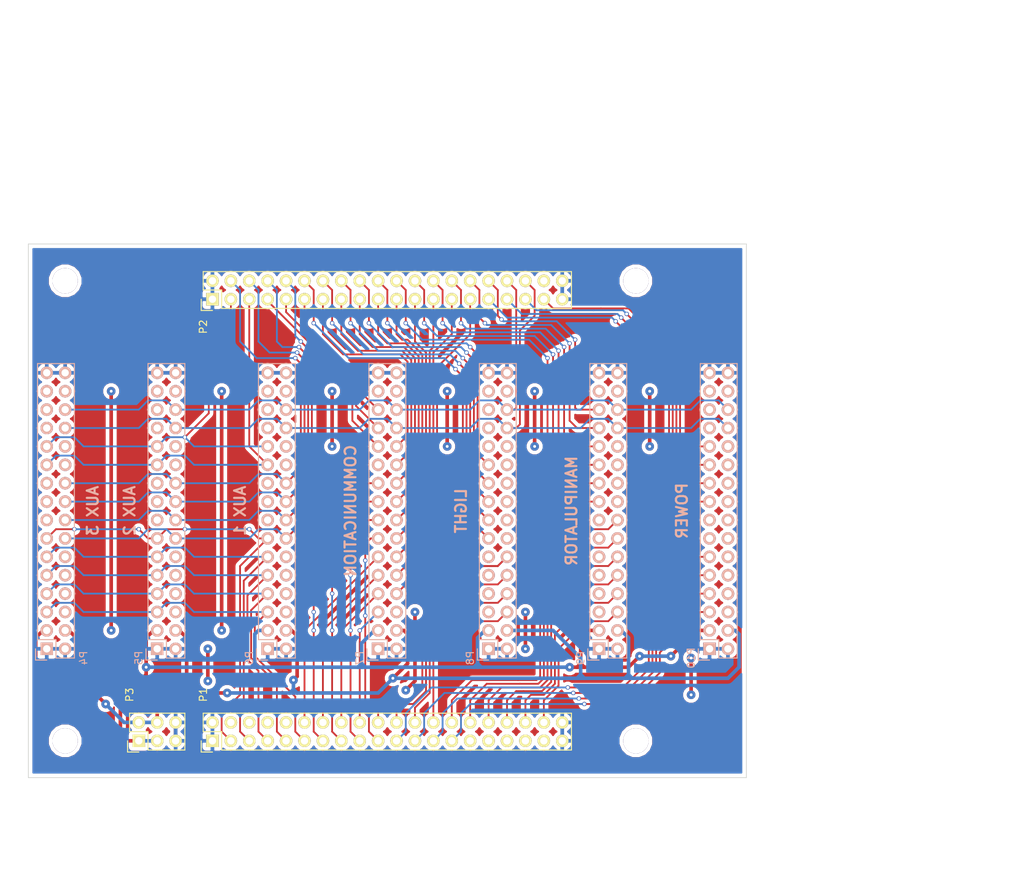
<source format=kicad_pcb>
(kicad_pcb (version 4) (host pcbnew "(after 2015-mar-04 BZR unknown)-product")
  (layers (0 F.Cu signal) (31 B.Cu signal) (34 B.Paste user) (35 F.Paste user) (36 B.SilkS user) (37 F.SilkS user) (38 B.Mask user) (39 F.Mask user) (44 Edge.Cuts user))
  (net 0 "")
  (net 1 GND)
  (net 2 +3V3)
  (net 3 +5V)
  (net 4 "Net-(P1-Pad29)")
  (net 5 "Net-(P1-Pad31)")
  (net 6 "Net-(P1-Pad33)")
  (net 7 "Net-(P1-Pad35)")
  (net 8 "Net-(P1-Pad37)")
  (net 9 "Net-(P2-Pad38)")
  (net 10 "Net-(P4-Pad10)")
  (net 11 "Net-(P4-Pad12)")
  (net 12 "Net-(P4-Pad15)")
  (net 13 "Net-(P4-Pad17)")
  (net 14 "Net-(P4-Pad22)")
  (net 15 "Net-(P4-Pad24)")
  (net 16 "Net-(P4-Pad29)")
  (net 17 "Net-(P4-Pad30)")
  (net 18 "Net-(P5-Pad10)")
  (net 19 "Net-(P5-Pad12)")
  (net 20 "Net-(P5-Pad15)")
  (net 21 "Net-(P5-Pad17)")
  (net 22 "Net-(P5-Pad22)")
  (net 23 "Net-(P5-Pad24)")
  (net 24 "Net-(P5-Pad29)")
  (net 25 "Net-(P5-Pad30)")
  (net 26 "Net-(P6-Pad10)")
  (net 27 "Net-(P6-Pad12)")
  (net 28 "Net-(P6-Pad15)")
  (net 29 "Net-(P6-Pad17)")
  (net 30 "Net-(P6-Pad22)")
  (net 31 "Net-(P6-Pad24)")
  (net 32 "Net-(P6-Pad29)")
  (net 33 "Net-(P6-Pad30)")
  (net 34 "Net-(P7-Pad29)")
  (net 35 "Net-(P7-Pad30)")
  (net 36 "Net-(P8-Pad7)")
  (net 37 "Net-(P8-Pad9)")
  (net 38 "Net-(P8-Pad23)")
  (net 39 "Net-(P8-Pad25)")
  (net 40 "Net-(P8-Pad27)")
  (net 41 "Net-(P8-Pad29)")
  (net 42 "Net-(P8-Pad30)")
  (net 43 "Net-(P9-Pad29)")
  (net 44 "Net-(P9-Pad30)")
  (net 45 I2C_2_SCL)
  (net 46 I2C_2_SDA)
  (net 47 "Net-(P8-Pad5)")
  (net 48 "Net-(P10-Pad10)")
  (net 49 "Net-(P10-Pad12)")
  (net 50 "Net-(P10-Pad14)")
  (net 51 "Net-(P10-Pad16)")
  (net 52 "Net-(P10-Pad18)")
  (net 53 "Net-(P10-Pad20)")
  (net 54 "Net-(P10-Pad22)")
  (net 55 "Net-(P10-Pad24)")
  (net 56 "Net-(P10-Pad29)")
  (net 57 "Net-(P10-Pad30)")
  (net 58 GPIO_11)
  (net 59 GPIO_12)
  (net 60 GPIO_13)
  (net 61 GPIO_14)
  (net 62 GPIO_15)
  (net 63 SPI_1_NSS)
  (net 64 USART_3_TX)
  (net 65 SPI_1_SCK)
  (net 66 USART_3_RX)
  (net 67 SPI_1_MSIO)
  (net 68 USART_3_CK)
  (net 69 SPI_1_MOSI)
  (net 70 USART_3_CTS)
  (net 71 TIM_2_CH_1)
  (net 72 ADC_10)
  (net 73 TIM_2_CH_2)
  (net 74 ADC_11)
  (net 75 TIM_2_CH_3)
  (net 76 ADC_12)
  (net 77 TIM_2_CH_4)
  (net 78 ADC_13)
  (net 79 TIM_13)
  (net 80 TIM_14)
  (net 81 TIM_12_CH_1)
  (net 82 TIM_12_CH_2)
  (net 83 TIM_15_CH_1)
  (net 84 TIM_15_CH_2)
  (net 85 GPIO_21)
  (net 86 GPIO_22)
  (net 87 GPIO_29)
  (net 88 GPIO_23)
  (net 89 GPIO_28)
  (net 90 GPIO_24)
  (net 91 GPIO_27)
  (net 92 GPIO_20)
  (net 93 GPIO_26)
  (net 94 GPIO_19)
  (net 95 GPIO_25)
  (net 96 GPIO_18)
  (net 97 USART_2_CK)
  (net 98 GPIO_17)
  (net 99 USART_2_RX)
  (net 100 GPIO_16)
  (net 101 USART_2_TX)
  (net 102 GPIO_0)
  (net 103 UART_5_RX)
  (net 104 GPIO_1)
  (net 105 UART_5_TX)
  (net 106 GPIO_2)
  (net 107 UART_4_RX)
  (net 108 GPIO_3)
  (net 109 UART_4_TX)
  (net 110 GPIO_4)
  (net 111 GPIO_7)
  (net 112 GPIO_5)
  (net 113 GPIO_8)
  (net 114 GPIO_9)
  (net 115 GPIO_10)
  (net 116 "Net-(P1-Pad4)")
  (net 117 "Net-(P1-Pad6)")
  (net 118 USART_2_RTS)
  (net 119 USART_2_CTS)
  (net 120 "Net-(P8-Pad14)")
  (net 121 "Net-(P8-Pad16)")
  (net 122 "Net-(P8-Pad18)")
  (net 123 "Net-(P8-Pad20)")
  (net 124 "Net-(P8-Pad11)")
  (net 125 "Net-(P8-Pad22)")
  (net 126 "Net-(P8-Pad24)")
  (net 127 "Net-(P9-Pad5)")
  (net 128 "Net-(P9-Pad7)")
  (net 129 "Net-(P9-Pad9)")
  (net 130 "Net-(P9-Pad11)")
  (net 131 "Net-(P9-Pad13)")
  (net 132 "Net-(P9-Pad15)")
  (net 133 "Net-(P9-Pad18)")
  (net 134 "Net-(P9-Pad20)")
  (net 135 "Net-(P9-Pad22)")
  (net 136 "Net-(P9-Pad24)")
  (net 137 "Net-(P10-Pad6)")
  (net 138 "Net-(P10-Pad8)")
  (net 139 "Net-(P10-Pad13)")
  (net 140 "Net-(P10-Pad15)")
  (net 141 "Net-(P10-Pad25)")
  (net 142 "Net-(P10-Pad27)")
  (net 143 "Net-(P4-Pad6)")
  (net 144 "Net-(P4-Pad8)")
  (net 145 "Net-(P4-Pad19)")
  (net 146 "Net-(P4-Pad25)")
  (net 147 "Net-(P4-Pad27)")
  (net 148 "Net-(P5-Pad6)")
  (net 149 "Net-(P5-Pad8)")
  (net 150 "Net-(P5-Pad19)")
  (net 151 "Net-(P5-Pad25)")
  (net 152 "Net-(P5-Pad27)")
  (net 153 "Net-(P6-Pad6)")
  (net 154 "Net-(P6-Pad8)")
  (net 155 "Net-(P6-Pad19)")
  (net 156 "Net-(P6-Pad25)")
  (net 157 "Net-(P6-Pad27)")
  (net 158 "Net-(P7-Pad6)")
  (net 159 "Net-(P7-Pad21)")
  (net 160 "Net-(P1-Pad8)")
  (net 161 "Net-(P1-Pad10)")
  (module Pin_Headers:Pin_Header_Straight_2x20 (layer F.Cu) (at 66.04 121.92 90)
    (fp_text reference P1 (at 6.35 -1.27 90) (layer F.SilkS))
    (fp_text value CONN_02X20)
    (pad 1 thru_hole rect (at 0 0 90) (size 1.7272 1.7272) (drill 1.016) (layers *.Cu *.Mask F.SilkS) (net 1 GND))
    (pad 2 thru_hole oval (at 2.54 0 90) (size 1.7272 1.7272) (drill 1.016) (layers *.Cu *.Mask F.SilkS) (net 1 GND))
    (pad 3 thru_hole oval (at 0 2.54 90) (size 1.7272 1.7272) (drill 1.016) (layers *.Cu *.Mask F.SilkS) (net 58 GPIO_11))
    (pad 4 thru_hole oval (at 2.54 2.54 90) (size 1.7272 1.7272) (drill 1.016) (layers *.Cu *.Mask F.SilkS) (net 116 "Net-(P1-Pad4)"))
    (pad 5 thru_hole oval (at 0 5.08 90) (size 1.7272 1.7272) (drill 1.016) (layers *.Cu *.Mask F.SilkS) (net 59 GPIO_12))
    (pad 6 thru_hole oval (at 2.54 5.08 90) (size 1.7272 1.7272) (drill 1.016) (layers *.Cu *.Mask F.SilkS) (net 117 "Net-(P1-Pad6)"))
    (pad 7 thru_hole oval (at 0 7.62 90) (size 1.7272 1.7272) (drill 1.016) (layers *.Cu *.Mask F.SilkS) (net 60 GPIO_13))
    (pad 8 thru_hole oval (at 2.54 7.62 90) (size 1.7272 1.7272) (drill 1.016) (layers *.Cu *.Mask F.SilkS) (net 160 "Net-(P1-Pad8)"))
    (pad 9 thru_hole oval (at 0 10.16 90) (size 1.7272 1.7272) (drill 1.016) (layers *.Cu *.Mask F.SilkS) (net 61 GPIO_14))
    (pad 10 thru_hole oval (at 2.54 10.16 90) (size 1.7272 1.7272) (drill 1.016) (layers *.Cu *.Mask F.SilkS) (net 161 "Net-(P1-Pad10)"))
    (pad 11 thru_hole oval (at 0 12.7 90) (size 1.7272 1.7272) (drill 1.016) (layers *.Cu *.Mask F.SilkS) (net 62 GPIO_15))
    (pad 12 thru_hole oval (at 2.54 12.7 90) (size 1.7272 1.7272) (drill 1.016) (layers *.Cu *.Mask F.SilkS) (net 63 SPI_1_NSS))
    (pad 13 thru_hole oval (at 0 15.24 90) (size 1.7272 1.7272) (drill 1.016) (layers *.Cu *.Mask F.SilkS) (net 64 USART_3_TX))
    (pad 14 thru_hole oval (at 2.54 15.24 90) (size 1.7272 1.7272) (drill 1.016) (layers *.Cu *.Mask F.SilkS) (net 65 SPI_1_SCK))
    (pad 15 thru_hole oval (at 0 17.78 90) (size 1.7272 1.7272) (drill 1.016) (layers *.Cu *.Mask F.SilkS) (net 66 USART_3_RX))
    (pad 16 thru_hole oval (at 2.54 17.78 90) (size 1.7272 1.7272) (drill 1.016) (layers *.Cu *.Mask F.SilkS) (net 67 SPI_1_MSIO))
    (pad 17 thru_hole oval (at 0 20.32 90) (size 1.7272 1.7272) (drill 1.016) (layers *.Cu *.Mask F.SilkS) (net 68 USART_3_CK))
    (pad 18 thru_hole oval (at 2.54 20.32 90) (size 1.7272 1.7272) (drill 1.016) (layers *.Cu *.Mask F.SilkS) (net 69 SPI_1_MOSI))
    (pad 19 thru_hole oval (at 0 22.86 90) (size 1.7272 1.7272) (drill 1.016) (layers *.Cu *.Mask F.SilkS) (net 70 USART_3_CTS))
    (pad 20 thru_hole oval (at 2.54 22.86 90) (size 1.7272 1.7272) (drill 1.016) (layers *.Cu *.Mask F.SilkS) (net 71 TIM_2_CH_1))
    (pad 21 thru_hole oval (at 0 25.4 90) (size 1.7272 1.7272) (drill 1.016) (layers *.Cu *.Mask F.SilkS) (net 72 ADC_10))
    (pad 22 thru_hole oval (at 2.54 25.4 90) (size 1.7272 1.7272) (drill 1.016) (layers *.Cu *.Mask F.SilkS) (net 73 TIM_2_CH_2))
    (pad 23 thru_hole oval (at 0 27.94 90) (size 1.7272 1.7272) (drill 1.016) (layers *.Cu *.Mask F.SilkS) (net 74 ADC_11))
    (pad 24 thru_hole oval (at 2.54 27.94 90) (size 1.7272 1.7272) (drill 1.016) (layers *.Cu *.Mask F.SilkS) (net 75 TIM_2_CH_3))
    (pad 25 thru_hole oval (at 0 30.48 90) (size 1.7272 1.7272) (drill 1.016) (layers *.Cu *.Mask F.SilkS) (net 76 ADC_12))
    (pad 26 thru_hole oval (at 2.54 30.48 90) (size 1.7272 1.7272) (drill 1.016) (layers *.Cu *.Mask F.SilkS) (net 77 TIM_2_CH_4))
    (pad 27 thru_hole oval (at 0 33.02 90) (size 1.7272 1.7272) (drill 1.016) (layers *.Cu *.Mask F.SilkS) (net 78 ADC_13))
    (pad 28 thru_hole oval (at 2.54 33.02 90) (size 1.7272 1.7272) (drill 1.016) (layers *.Cu *.Mask F.SilkS) (net 79 TIM_13))
    (pad 29 thru_hole oval (at 0 35.56 90) (size 1.7272 1.7272) (drill 1.016) (layers *.Cu *.Mask F.SilkS) (net 4 "Net-(P1-Pad29)"))
    (pad 30 thru_hole oval (at 2.54 35.56 90) (size 1.7272 1.7272) (drill 1.016) (layers *.Cu *.Mask F.SilkS) (net 80 TIM_14))
    (pad 31 thru_hole oval (at 0 38.1 90) (size 1.7272 1.7272) (drill 1.016) (layers *.Cu *.Mask F.SilkS) (net 5 "Net-(P1-Pad31)"))
    (pad 32 thru_hole oval (at 2.54 38.1 90) (size 1.7272 1.7272) (drill 1.016) (layers *.Cu *.Mask F.SilkS) (net 81 TIM_12_CH_1))
    (pad 33 thru_hole oval (at 0 40.64 90) (size 1.7272 1.7272) (drill 1.016) (layers *.Cu *.Mask F.SilkS) (net 6 "Net-(P1-Pad33)"))
    (pad 34 thru_hole oval (at 2.54 40.64 90) (size 1.7272 1.7272) (drill 1.016) (layers *.Cu *.Mask F.SilkS) (net 82 TIM_12_CH_2))
    (pad 35 thru_hole oval (at 0 43.18 90) (size 1.7272 1.7272) (drill 1.016) (layers *.Cu *.Mask F.SilkS) (net 7 "Net-(P1-Pad35)"))
    (pad 36 thru_hole oval (at 2.54 43.18 90) (size 1.7272 1.7272) (drill 1.016) (layers *.Cu *.Mask F.SilkS) (net 83 TIM_15_CH_1))
    (pad 37 thru_hole oval (at 0 45.72 90) (size 1.7272 1.7272) (drill 1.016) (layers *.Cu *.Mask F.SilkS) (net 8 "Net-(P1-Pad37)"))
    (pad 38 thru_hole oval (at 2.54 45.72 90) (size 1.7272 1.7272) (drill 1.016) (layers *.Cu *.Mask F.SilkS) (net 84 TIM_15_CH_2))
    (pad 39 thru_hole oval (at 0 48.26 90) (size 1.7272 1.7272) (drill 1.016) (layers *.Cu *.Mask F.SilkS) (net 1 GND))
    (pad 40 thru_hole oval (at 2.54 48.26 90) (size 1.7272 1.7272) (drill 1.016) (layers *.Cu *.Mask F.SilkS) (net 1 GND))
  )
  (module Pin_Headers:Pin_Header_Straight_2x20 (layer F.Cu) (at 66.04 60.96 90)
    (fp_text reference P2 (at -3.81 -1.27 90) (layer F.SilkS))
    (fp_text value CONN_02X20)
    (pad 1 thru_hole rect (at 0 0 90) (size 1.7272 1.7272) (drill 1.016) (layers *.Cu *.Mask F.SilkS) (net 1 GND))
    (pad 2 thru_hole oval (at 2.54 0 90) (size 1.7272 1.7272) (drill 1.016) (layers *.Cu *.Mask F.SilkS) (net 1 GND))
    (pad 3 thru_hole oval (at 0 2.54 90) (size 1.7272 1.7272) (drill 1.016) (layers *.Cu *.Mask F.SilkS) (net 87 GPIO_29))
    (pad 4 thru_hole oval (at 2.54 2.54 90) (size 1.7272 1.7272) (drill 1.016) (layers *.Cu *.Mask F.SilkS) (net 85 GPIO_21))
    (pad 5 thru_hole oval (at 0 5.08 90) (size 1.7272 1.7272) (drill 1.016) (layers *.Cu *.Mask F.SilkS) (net 89 GPIO_28))
    (pad 6 thru_hole oval (at 2.54 5.08 90) (size 1.7272 1.7272) (drill 1.016) (layers *.Cu *.Mask F.SilkS) (net 86 GPIO_22))
    (pad 7 thru_hole oval (at 0 7.62 90) (size 1.7272 1.7272) (drill 1.016) (layers *.Cu *.Mask F.SilkS) (net 91 GPIO_27))
    (pad 8 thru_hole oval (at 2.54 7.62 90) (size 1.7272 1.7272) (drill 1.016) (layers *.Cu *.Mask F.SilkS) (net 88 GPIO_23))
    (pad 9 thru_hole oval (at 0 10.16 90) (size 1.7272 1.7272) (drill 1.016) (layers *.Cu *.Mask F.SilkS) (net 93 GPIO_26))
    (pad 10 thru_hole oval (at 2.54 10.16 90) (size 1.7272 1.7272) (drill 1.016) (layers *.Cu *.Mask F.SilkS) (net 90 GPIO_24))
    (pad 11 thru_hole oval (at 0 12.7 90) (size 1.7272 1.7272) (drill 1.016) (layers *.Cu *.Mask F.SilkS) (net 95 GPIO_25))
    (pad 12 thru_hole oval (at 2.54 12.7 90) (size 1.7272 1.7272) (drill 1.016) (layers *.Cu *.Mask F.SilkS) (net 92 GPIO_20))
    (pad 13 thru_hole oval (at 0 15.24 90) (size 1.7272 1.7272) (drill 1.016) (layers *.Cu *.Mask F.SilkS) (net 97 USART_2_CK))
    (pad 14 thru_hole oval (at 2.54 15.24 90) (size 1.7272 1.7272) (drill 1.016) (layers *.Cu *.Mask F.SilkS) (net 94 GPIO_19))
    (pad 15 thru_hole oval (at 0 17.78 90) (size 1.7272 1.7272) (drill 1.016) (layers *.Cu *.Mask F.SilkS) (net 99 USART_2_RX))
    (pad 16 thru_hole oval (at 2.54 17.78 90) (size 1.7272 1.7272) (drill 1.016) (layers *.Cu *.Mask F.SilkS) (net 96 GPIO_18))
    (pad 17 thru_hole oval (at 0 20.32 90) (size 1.7272 1.7272) (drill 1.016) (layers *.Cu *.Mask F.SilkS) (net 101 USART_2_TX))
    (pad 18 thru_hole oval (at 2.54 20.32 90) (size 1.7272 1.7272) (drill 1.016) (layers *.Cu *.Mask F.SilkS) (net 98 GPIO_17))
    (pad 19 thru_hole oval (at 0 22.86 90) (size 1.7272 1.7272) (drill 1.016) (layers *.Cu *.Mask F.SilkS) (net 118 USART_2_RTS))
    (pad 20 thru_hole oval (at 2.54 22.86 90) (size 1.7272 1.7272) (drill 1.016) (layers *.Cu *.Mask F.SilkS) (net 100 GPIO_16))
    (pad 21 thru_hole oval (at 0 25.4 90) (size 1.7272 1.7272) (drill 1.016) (layers *.Cu *.Mask F.SilkS) (net 119 USART_2_CTS))
    (pad 22 thru_hole oval (at 2.54 25.4 90) (size 1.7272 1.7272) (drill 1.016) (layers *.Cu *.Mask F.SilkS) (net 102 GPIO_0))
    (pad 23 thru_hole oval (at 0 27.94 90) (size 1.7272 1.7272) (drill 1.016) (layers *.Cu *.Mask F.SilkS) (net 103 UART_5_RX))
    (pad 24 thru_hole oval (at 2.54 27.94 90) (size 1.7272 1.7272) (drill 1.016) (layers *.Cu *.Mask F.SilkS) (net 104 GPIO_1))
    (pad 25 thru_hole oval (at 0 30.48 90) (size 1.7272 1.7272) (drill 1.016) (layers *.Cu *.Mask F.SilkS) (net 105 UART_5_TX))
    (pad 26 thru_hole oval (at 2.54 30.48 90) (size 1.7272 1.7272) (drill 1.016) (layers *.Cu *.Mask F.SilkS) (net 106 GPIO_2))
    (pad 27 thru_hole oval (at 0 33.02 90) (size 1.7272 1.7272) (drill 1.016) (layers *.Cu *.Mask F.SilkS) (net 107 UART_4_RX))
    (pad 28 thru_hole oval (at 2.54 33.02 90) (size 1.7272 1.7272) (drill 1.016) (layers *.Cu *.Mask F.SilkS) (net 108 GPIO_3))
    (pad 29 thru_hole oval (at 0 35.56 90) (size 1.7272 1.7272) (drill 1.016) (layers *.Cu *.Mask F.SilkS) (net 109 UART_4_TX))
    (pad 30 thru_hole oval (at 2.54 35.56 90) (size 1.7272 1.7272) (drill 1.016) (layers *.Cu *.Mask F.SilkS) (net 110 GPIO_4))
    (pad 31 thru_hole oval (at 0 38.1 90) (size 1.7272 1.7272) (drill 1.016) (layers *.Cu *.Mask F.SilkS) (net 111 GPIO_7))
    (pad 32 thru_hole oval (at 2.54 38.1 90) (size 1.7272 1.7272) (drill 1.016) (layers *.Cu *.Mask F.SilkS) (net 112 GPIO_5))
    (pad 33 thru_hole oval (at 0 40.64 90) (size 1.7272 1.7272) (drill 1.016) (layers *.Cu *.Mask F.SilkS) (net 113 GPIO_8))
    (pad 34 thru_hole oval (at 2.54 40.64 90) (size 1.7272 1.7272) (drill 1.016) (layers *.Cu *.Mask F.SilkS) (net 45 I2C_2_SCL))
    (pad 35 thru_hole oval (at 0 43.18 90) (size 1.7272 1.7272) (drill 1.016) (layers *.Cu *.Mask F.SilkS) (net 114 GPIO_9))
    (pad 36 thru_hole oval (at 2.54 43.18 90) (size 1.7272 1.7272) (drill 1.016) (layers *.Cu *.Mask F.SilkS) (net 46 I2C_2_SDA))
    (pad 37 thru_hole oval (at 0 45.72 90) (size 1.7272 1.7272) (drill 1.016) (layers *.Cu *.Mask F.SilkS) (net 115 GPIO_10))
    (pad 38 thru_hole oval (at 2.54 45.72 90) (size 1.7272 1.7272) (drill 1.016) (layers *.Cu *.Mask F.SilkS) (net 9 "Net-(P2-Pad38)"))
    (pad 39 thru_hole oval (at 0 48.26 90) (size 1.7272 1.7272) (drill 1.016) (layers *.Cu *.Mask F.SilkS) (net 1 GND))
    (pad 40 thru_hole oval (at 2.54 48.26 90) (size 1.7272 1.7272) (drill 1.016) (layers *.Cu *.Mask F.SilkS) (net 1 GND))
  )
  (module Pin_Headers:Pin_Header_Straight_2x16 (layer B.Cu) (at 43.18 109.22)
    (fp_text reference P4 (at 5.08 1.27 90) (layer B.SilkS) (effects (justify mirror)))
    (fp_text value "AUX 3")
    (pad 1 thru_hole rect (at 0 0) (size 1.7272 1.7272) (drill 1.016) (layers *.Cu *.Mask B.SilkS) (net 1 GND))
    (pad 2 thru_hole oval (at 2.54 0) (size 1.7272 1.7272) (drill 1.016) (layers *.Cu *.Mask B.SilkS) (net 1 GND))
    (pad 3 thru_hole oval (at 0 -2.54) (size 1.7272 1.7272) (drill 1.016) (layers *.Cu *.Mask B.SilkS) (net 2 +3V3))
    (pad 4 thru_hole oval (at 2.54 -2.54) (size 1.7272 1.7272) (drill 1.016) (layers *.Cu *.Mask B.SilkS) (net 3 +5V))
    (pad 5 thru_hole oval (at 0 -5.08) (size 1.7272 1.7272) (drill 1.016) (layers *.Cu *.Mask B.SilkS) (net 62 GPIO_15))
    (pad 6 thru_hole oval (at 2.54 -5.08) (size 1.7272 1.7272) (drill 1.016) (layers *.Cu *.Mask B.SilkS) (net 143 "Net-(P4-Pad6)"))
    (pad 7 thru_hole oval (at 0 -7.62) (size 1.7272 1.7272) (drill 1.016) (layers *.Cu *.Mask B.SilkS) (net 61 GPIO_14))
    (pad 8 thru_hole oval (at 2.54 -7.62) (size 1.7272 1.7272) (drill 1.016) (layers *.Cu *.Mask B.SilkS) (net 144 "Net-(P4-Pad8)"))
    (pad 9 thru_hole oval (at 0 -10.16) (size 1.7272 1.7272) (drill 1.016) (layers *.Cu *.Mask B.SilkS) (net 60 GPIO_13))
    (pad 10 thru_hole oval (at 2.54 -10.16) (size 1.7272 1.7272) (drill 1.016) (layers *.Cu *.Mask B.SilkS) (net 10 "Net-(P4-Pad10)"))
    (pad 11 thru_hole oval (at 0 -12.7) (size 1.7272 1.7272) (drill 1.016) (layers *.Cu *.Mask B.SilkS) (net 59 GPIO_12))
    (pad 12 thru_hole oval (at 2.54 -12.7) (size 1.7272 1.7272) (drill 1.016) (layers *.Cu *.Mask B.SilkS) (net 11 "Net-(P4-Pad12)"))
    (pad 13 thru_hole oval (at 0 -15.24) (size 1.7272 1.7272) (drill 1.016) (layers *.Cu *.Mask B.SilkS) (net 58 GPIO_11))
    (pad 14 thru_hole oval (at 2.54 -15.24) (size 1.7272 1.7272) (drill 1.016) (layers *.Cu *.Mask B.SilkS) (net 90 GPIO_24))
    (pad 15 thru_hole oval (at 0 -17.78) (size 1.7272 1.7272) (drill 1.016) (layers *.Cu *.Mask B.SilkS) (net 12 "Net-(P4-Pad15)"))
    (pad 16 thru_hole oval (at 2.54 -17.78) (size 1.7272 1.7272) (drill 1.016) (layers *.Cu *.Mask B.SilkS) (net 88 GPIO_23))
    (pad 17 thru_hole oval (at 0 -20.32) (size 1.7272 1.7272) (drill 1.016) (layers *.Cu *.Mask B.SilkS) (net 13 "Net-(P4-Pad17)"))
    (pad 18 thru_hole oval (at 2.54 -20.32) (size 1.7272 1.7272) (drill 1.016) (layers *.Cu *.Mask B.SilkS) (net 86 GPIO_22))
    (pad 19 thru_hole oval (at 0 -22.86) (size 1.7272 1.7272) (drill 1.016) (layers *.Cu *.Mask B.SilkS) (net 145 "Net-(P4-Pad19)"))
    (pad 20 thru_hole oval (at 2.54 -22.86) (size 1.7272 1.7272) (drill 1.016) (layers *.Cu *.Mask B.SilkS) (net 85 GPIO_21))
    (pad 21 thru_hole oval (at 0 -25.4) (size 1.7272 1.7272) (drill 1.016) (layers *.Cu *.Mask B.SilkS) (net 89 GPIO_28))
    (pad 22 thru_hole oval (at 2.54 -25.4) (size 1.7272 1.7272) (drill 1.016) (layers *.Cu *.Mask B.SilkS) (net 14 "Net-(P4-Pad22)"))
    (pad 23 thru_hole oval (at 0 -27.94) (size 1.7272 1.7272) (drill 1.016) (layers *.Cu *.Mask B.SilkS) (net 87 GPIO_29))
    (pad 24 thru_hole oval (at 2.54 -27.94) (size 1.7272 1.7272) (drill 1.016) (layers *.Cu *.Mask B.SilkS) (net 15 "Net-(P4-Pad24)"))
    (pad 25 thru_hole oval (at 0 -30.48) (size 1.7272 1.7272) (drill 1.016) (layers *.Cu *.Mask B.SilkS) (net 146 "Net-(P4-Pad25)"))
    (pad 26 thru_hole oval (at 2.54 -30.48) (size 1.7272 1.7272) (drill 1.016) (layers *.Cu *.Mask B.SilkS) (net 46 I2C_2_SDA))
    (pad 27 thru_hole oval (at 0 -33.02) (size 1.7272 1.7272) (drill 1.016) (layers *.Cu *.Mask B.SilkS) (net 147 "Net-(P4-Pad27)"))
    (pad 28 thru_hole oval (at 2.54 -33.02) (size 1.7272 1.7272) (drill 1.016) (layers *.Cu *.Mask B.SilkS) (net 45 I2C_2_SCL))
    (pad 29 thru_hole oval (at 0 -35.56) (size 1.7272 1.7272) (drill 1.016) (layers *.Cu *.Mask B.SilkS) (net 16 "Net-(P4-Pad29)"))
    (pad 30 thru_hole oval (at 2.54 -35.56) (size 1.7272 1.7272) (drill 1.016) (layers *.Cu *.Mask B.SilkS) (net 17 "Net-(P4-Pad30)"))
    (pad 31 thru_hole oval (at 0 -38.1) (size 1.7272 1.7272) (drill 1.016) (layers *.Cu *.Mask B.SilkS) (net 1 GND))
    (pad 32 thru_hole oval (at 2.54 -38.1) (size 1.7272 1.7272) (drill 1.016) (layers *.Cu *.Mask B.SilkS) (net 1 GND))
  )
  (module Pin_Headers:Pin_Header_Straight_2x16 (layer B.Cu) (at 58.42 109.22)
    (fp_text reference P5 (at -2.54 1.27 90) (layer B.SilkS) (effects (justify mirror)))
    (fp_text value "AUX 2")
    (pad 1 thru_hole rect (at 0 0) (size 1.7272 1.7272) (drill 1.016) (layers *.Cu *.Mask B.SilkS) (net 1 GND))
    (pad 2 thru_hole oval (at 2.54 0) (size 1.7272 1.7272) (drill 1.016) (layers *.Cu *.Mask B.SilkS) (net 1 GND))
    (pad 3 thru_hole oval (at 0 -2.54) (size 1.7272 1.7272) (drill 1.016) (layers *.Cu *.Mask B.SilkS) (net 2 +3V3))
    (pad 4 thru_hole oval (at 2.54 -2.54) (size 1.7272 1.7272) (drill 1.016) (layers *.Cu *.Mask B.SilkS) (net 3 +5V))
    (pad 5 thru_hole oval (at 0 -5.08) (size 1.7272 1.7272) (drill 1.016) (layers *.Cu *.Mask B.SilkS) (net 62 GPIO_15))
    (pad 6 thru_hole oval (at 2.54 -5.08) (size 1.7272 1.7272) (drill 1.016) (layers *.Cu *.Mask B.SilkS) (net 148 "Net-(P5-Pad6)"))
    (pad 7 thru_hole oval (at 0 -7.62) (size 1.7272 1.7272) (drill 1.016) (layers *.Cu *.Mask B.SilkS) (net 61 GPIO_14))
    (pad 8 thru_hole oval (at 2.54 -7.62) (size 1.7272 1.7272) (drill 1.016) (layers *.Cu *.Mask B.SilkS) (net 149 "Net-(P5-Pad8)"))
    (pad 9 thru_hole oval (at 0 -10.16) (size 1.7272 1.7272) (drill 1.016) (layers *.Cu *.Mask B.SilkS) (net 60 GPIO_13))
    (pad 10 thru_hole oval (at 2.54 -10.16) (size 1.7272 1.7272) (drill 1.016) (layers *.Cu *.Mask B.SilkS) (net 18 "Net-(P5-Pad10)"))
    (pad 11 thru_hole oval (at 0 -12.7) (size 1.7272 1.7272) (drill 1.016) (layers *.Cu *.Mask B.SilkS) (net 59 GPIO_12))
    (pad 12 thru_hole oval (at 2.54 -12.7) (size 1.7272 1.7272) (drill 1.016) (layers *.Cu *.Mask B.SilkS) (net 19 "Net-(P5-Pad12)"))
    (pad 13 thru_hole oval (at 0 -15.24) (size 1.7272 1.7272) (drill 1.016) (layers *.Cu *.Mask B.SilkS) (net 58 GPIO_11))
    (pad 14 thru_hole oval (at 2.54 -15.24) (size 1.7272 1.7272) (drill 1.016) (layers *.Cu *.Mask B.SilkS) (net 90 GPIO_24))
    (pad 15 thru_hole oval (at 0 -17.78) (size 1.7272 1.7272) (drill 1.016) (layers *.Cu *.Mask B.SilkS) (net 20 "Net-(P5-Pad15)"))
    (pad 16 thru_hole oval (at 2.54 -17.78) (size 1.7272 1.7272) (drill 1.016) (layers *.Cu *.Mask B.SilkS) (net 88 GPIO_23))
    (pad 17 thru_hole oval (at 0 -20.32) (size 1.7272 1.7272) (drill 1.016) (layers *.Cu *.Mask B.SilkS) (net 21 "Net-(P5-Pad17)"))
    (pad 18 thru_hole oval (at 2.54 -20.32) (size 1.7272 1.7272) (drill 1.016) (layers *.Cu *.Mask B.SilkS) (net 86 GPIO_22))
    (pad 19 thru_hole oval (at 0 -22.86) (size 1.7272 1.7272) (drill 1.016) (layers *.Cu *.Mask B.SilkS) (net 150 "Net-(P5-Pad19)"))
    (pad 20 thru_hole oval (at 2.54 -22.86) (size 1.7272 1.7272) (drill 1.016) (layers *.Cu *.Mask B.SilkS) (net 85 GPIO_21))
    (pad 21 thru_hole oval (at 0 -25.4) (size 1.7272 1.7272) (drill 1.016) (layers *.Cu *.Mask B.SilkS) (net 89 GPIO_28))
    (pad 22 thru_hole oval (at 2.54 -25.4) (size 1.7272 1.7272) (drill 1.016) (layers *.Cu *.Mask B.SilkS) (net 22 "Net-(P5-Pad22)"))
    (pad 23 thru_hole oval (at 0 -27.94) (size 1.7272 1.7272) (drill 1.016) (layers *.Cu *.Mask B.SilkS) (net 87 GPIO_29))
    (pad 24 thru_hole oval (at 2.54 -27.94) (size 1.7272 1.7272) (drill 1.016) (layers *.Cu *.Mask B.SilkS) (net 23 "Net-(P5-Pad24)"))
    (pad 25 thru_hole oval (at 0 -30.48) (size 1.7272 1.7272) (drill 1.016) (layers *.Cu *.Mask B.SilkS) (net 151 "Net-(P5-Pad25)"))
    (pad 26 thru_hole oval (at 2.54 -30.48) (size 1.7272 1.7272) (drill 1.016) (layers *.Cu *.Mask B.SilkS) (net 46 I2C_2_SDA))
    (pad 27 thru_hole oval (at 0 -33.02) (size 1.7272 1.7272) (drill 1.016) (layers *.Cu *.Mask B.SilkS) (net 152 "Net-(P5-Pad27)"))
    (pad 28 thru_hole oval (at 2.54 -33.02) (size 1.7272 1.7272) (drill 1.016) (layers *.Cu *.Mask B.SilkS) (net 45 I2C_2_SCL))
    (pad 29 thru_hole oval (at 0 -35.56) (size 1.7272 1.7272) (drill 1.016) (layers *.Cu *.Mask B.SilkS) (net 24 "Net-(P5-Pad29)"))
    (pad 30 thru_hole oval (at 2.54 -35.56) (size 1.7272 1.7272) (drill 1.016) (layers *.Cu *.Mask B.SilkS) (net 25 "Net-(P5-Pad30)"))
    (pad 31 thru_hole oval (at 0 -38.1) (size 1.7272 1.7272) (drill 1.016) (layers *.Cu *.Mask B.SilkS) (net 1 GND))
    (pad 32 thru_hole oval (at 2.54 -38.1) (size 1.7272 1.7272) (drill 1.016) (layers *.Cu *.Mask B.SilkS) (net 1 GND))
  )
  (module Pin_Headers:Pin_Header_Straight_2x16 (layer B.Cu) (at 73.66 109.22)
    (fp_text reference P6 (at -2.54 1.27 90) (layer B.SilkS) (effects (justify mirror)))
    (fp_text value "AUX 1")
    (pad 1 thru_hole rect (at 0 0) (size 1.7272 1.7272) (drill 1.016) (layers *.Cu *.Mask B.SilkS) (net 1 GND))
    (pad 2 thru_hole oval (at 2.54 0) (size 1.7272 1.7272) (drill 1.016) (layers *.Cu *.Mask B.SilkS) (net 1 GND))
    (pad 3 thru_hole oval (at 0 -2.54) (size 1.7272 1.7272) (drill 1.016) (layers *.Cu *.Mask B.SilkS) (net 2 +3V3))
    (pad 4 thru_hole oval (at 2.54 -2.54) (size 1.7272 1.7272) (drill 1.016) (layers *.Cu *.Mask B.SilkS) (net 3 +5V))
    (pad 5 thru_hole oval (at 0 -5.08) (size 1.7272 1.7272) (drill 1.016) (layers *.Cu *.Mask B.SilkS) (net 62 GPIO_15))
    (pad 6 thru_hole oval (at 2.54 -5.08) (size 1.7272 1.7272) (drill 1.016) (layers *.Cu *.Mask B.SilkS) (net 153 "Net-(P6-Pad6)"))
    (pad 7 thru_hole oval (at 0 -7.62) (size 1.7272 1.7272) (drill 1.016) (layers *.Cu *.Mask B.SilkS) (net 61 GPIO_14))
    (pad 8 thru_hole oval (at 2.54 -7.62) (size 1.7272 1.7272) (drill 1.016) (layers *.Cu *.Mask B.SilkS) (net 154 "Net-(P6-Pad8)"))
    (pad 9 thru_hole oval (at 0 -10.16) (size 1.7272 1.7272) (drill 1.016) (layers *.Cu *.Mask B.SilkS) (net 60 GPIO_13))
    (pad 10 thru_hole oval (at 2.54 -10.16) (size 1.7272 1.7272) (drill 1.016) (layers *.Cu *.Mask B.SilkS) (net 26 "Net-(P6-Pad10)"))
    (pad 11 thru_hole oval (at 0 -12.7) (size 1.7272 1.7272) (drill 1.016) (layers *.Cu *.Mask B.SilkS) (net 59 GPIO_12))
    (pad 12 thru_hole oval (at 2.54 -12.7) (size 1.7272 1.7272) (drill 1.016) (layers *.Cu *.Mask B.SilkS) (net 27 "Net-(P6-Pad12)"))
    (pad 13 thru_hole oval (at 0 -15.24) (size 1.7272 1.7272) (drill 1.016) (layers *.Cu *.Mask B.SilkS) (net 58 GPIO_11))
    (pad 14 thru_hole oval (at 2.54 -15.24) (size 1.7272 1.7272) (drill 1.016) (layers *.Cu *.Mask B.SilkS) (net 90 GPIO_24))
    (pad 15 thru_hole oval (at 0 -17.78) (size 1.7272 1.7272) (drill 1.016) (layers *.Cu *.Mask B.SilkS) (net 28 "Net-(P6-Pad15)"))
    (pad 16 thru_hole oval (at 2.54 -17.78) (size 1.7272 1.7272) (drill 1.016) (layers *.Cu *.Mask B.SilkS) (net 88 GPIO_23))
    (pad 17 thru_hole oval (at 0 -20.32) (size 1.7272 1.7272) (drill 1.016) (layers *.Cu *.Mask B.SilkS) (net 29 "Net-(P6-Pad17)"))
    (pad 18 thru_hole oval (at 2.54 -20.32) (size 1.7272 1.7272) (drill 1.016) (layers *.Cu *.Mask B.SilkS) (net 86 GPIO_22))
    (pad 19 thru_hole oval (at 0 -22.86) (size 1.7272 1.7272) (drill 1.016) (layers *.Cu *.Mask B.SilkS) (net 155 "Net-(P6-Pad19)"))
    (pad 20 thru_hole oval (at 2.54 -22.86) (size 1.7272 1.7272) (drill 1.016) (layers *.Cu *.Mask B.SilkS) (net 85 GPIO_21))
    (pad 21 thru_hole oval (at 0 -25.4) (size 1.7272 1.7272) (drill 1.016) (layers *.Cu *.Mask B.SilkS) (net 89 GPIO_28))
    (pad 22 thru_hole oval (at 2.54 -25.4) (size 1.7272 1.7272) (drill 1.016) (layers *.Cu *.Mask B.SilkS) (net 30 "Net-(P6-Pad22)"))
    (pad 23 thru_hole oval (at 0 -27.94) (size 1.7272 1.7272) (drill 1.016) (layers *.Cu *.Mask B.SilkS) (net 87 GPIO_29))
    (pad 24 thru_hole oval (at 2.54 -27.94) (size 1.7272 1.7272) (drill 1.016) (layers *.Cu *.Mask B.SilkS) (net 31 "Net-(P6-Pad24)"))
    (pad 25 thru_hole oval (at 0 -30.48) (size 1.7272 1.7272) (drill 1.016) (layers *.Cu *.Mask B.SilkS) (net 156 "Net-(P6-Pad25)"))
    (pad 26 thru_hole oval (at 2.54 -30.48) (size 1.7272 1.7272) (drill 1.016) (layers *.Cu *.Mask B.SilkS) (net 46 I2C_2_SDA))
    (pad 27 thru_hole oval (at 0 -33.02) (size 1.7272 1.7272) (drill 1.016) (layers *.Cu *.Mask B.SilkS) (net 157 "Net-(P6-Pad27)"))
    (pad 28 thru_hole oval (at 2.54 -33.02) (size 1.7272 1.7272) (drill 1.016) (layers *.Cu *.Mask B.SilkS) (net 45 I2C_2_SCL))
    (pad 29 thru_hole oval (at 0 -35.56) (size 1.7272 1.7272) (drill 1.016) (layers *.Cu *.Mask B.SilkS) (net 32 "Net-(P6-Pad29)"))
    (pad 30 thru_hole oval (at 2.54 -35.56) (size 1.7272 1.7272) (drill 1.016) (layers *.Cu *.Mask B.SilkS) (net 33 "Net-(P6-Pad30)"))
    (pad 31 thru_hole oval (at 0 -38.1) (size 1.7272 1.7272) (drill 1.016) (layers *.Cu *.Mask B.SilkS) (net 1 GND))
    (pad 32 thru_hole oval (at 2.54 -38.1) (size 1.7272 1.7272) (drill 1.016) (layers *.Cu *.Mask B.SilkS) (net 1 GND))
  )
  (module Pin_Headers:Pin_Header_Straight_2x16 (layer B.Cu) (at 88.9 109.22)
    (fp_text reference P7 (at -2.54 1.27 90) (layer B.SilkS) (effects (justify mirror)))
    (fp_text value COMMUNICATION)
    (pad 1 thru_hole rect (at 0 0) (size 1.7272 1.7272) (drill 1.016) (layers *.Cu *.Mask B.SilkS) (net 1 GND))
    (pad 2 thru_hole oval (at 2.54 0) (size 1.7272 1.7272) (drill 1.016) (layers *.Cu *.Mask B.SilkS) (net 1 GND))
    (pad 3 thru_hole oval (at 0 -2.54) (size 1.7272 1.7272) (drill 1.016) (layers *.Cu *.Mask B.SilkS) (net 2 +3V3))
    (pad 4 thru_hole oval (at 2.54 -2.54) (size 1.7272 1.7272) (drill 1.016) (layers *.Cu *.Mask B.SilkS) (net 3 +5V))
    (pad 5 thru_hole oval (at 0 -5.08) (size 1.7272 1.7272) (drill 1.016) (layers *.Cu *.Mask B.SilkS) (net 69 SPI_1_MOSI))
    (pad 6 thru_hole oval (at 2.54 -5.08) (size 1.7272 1.7272) (drill 1.016) (layers *.Cu *.Mask B.SilkS) (net 158 "Net-(P7-Pad6)"))
    (pad 7 thru_hole oval (at 0 -7.62) (size 1.7272 1.7272) (drill 1.016) (layers *.Cu *.Mask B.SilkS) (net 67 SPI_1_MSIO))
    (pad 8 thru_hole oval (at 2.54 -7.62) (size 1.7272 1.7272) (drill 1.016) (layers *.Cu *.Mask B.SilkS) (net 109 UART_4_TX))
    (pad 9 thru_hole oval (at 0 -10.16) (size 1.7272 1.7272) (drill 1.016) (layers *.Cu *.Mask B.SilkS) (net 65 SPI_1_SCK))
    (pad 10 thru_hole oval (at 2.54 -10.16) (size 1.7272 1.7272) (drill 1.016) (layers *.Cu *.Mask B.SilkS) (net 107 UART_4_RX))
    (pad 11 thru_hole oval (at 0 -12.7) (size 1.7272 1.7272) (drill 1.016) (layers *.Cu *.Mask B.SilkS) (net 63 SPI_1_NSS))
    (pad 12 thru_hole oval (at 2.54 -12.7) (size 1.7272 1.7272) (drill 1.016) (layers *.Cu *.Mask B.SilkS) (net 105 UART_5_TX))
    (pad 13 thru_hole oval (at 0 -15.24) (size 1.7272 1.7272) (drill 1.016) (layers *.Cu *.Mask B.SilkS) (net 70 USART_3_CTS))
    (pad 14 thru_hole oval (at 2.54 -15.24) (size 1.7272 1.7272) (drill 1.016) (layers *.Cu *.Mask B.SilkS) (net 103 UART_5_RX))
    (pad 15 thru_hole oval (at 0 -17.78) (size 1.7272 1.7272) (drill 1.016) (layers *.Cu *.Mask B.SilkS) (net 68 USART_3_CK))
    (pad 16 thru_hole oval (at 2.54 -17.78) (size 1.7272 1.7272) (drill 1.016) (layers *.Cu *.Mask B.SilkS) (net 119 USART_2_CTS))
    (pad 17 thru_hole oval (at 0 -20.32) (size 1.7272 1.7272) (drill 1.016) (layers *.Cu *.Mask B.SilkS) (net 66 USART_3_RX))
    (pad 18 thru_hole oval (at 2.54 -20.32) (size 1.7272 1.7272) (drill 1.016) (layers *.Cu *.Mask B.SilkS) (net 118 USART_2_RTS))
    (pad 19 thru_hole oval (at 0 -22.86) (size 1.7272 1.7272) (drill 1.016) (layers *.Cu *.Mask B.SilkS) (net 64 USART_3_TX))
    (pad 20 thru_hole oval (at 2.54 -22.86) (size 1.7272 1.7272) (drill 1.016) (layers *.Cu *.Mask B.SilkS) (net 101 USART_2_TX))
    (pad 21 thru_hole oval (at 0 -25.4) (size 1.7272 1.7272) (drill 1.016) (layers *.Cu *.Mask B.SilkS) (net 159 "Net-(P7-Pad21)"))
    (pad 22 thru_hole oval (at 2.54 -25.4) (size 1.7272 1.7272) (drill 1.016) (layers *.Cu *.Mask B.SilkS) (net 99 USART_2_RX))
    (pad 23 thru_hole oval (at 0 -27.94) (size 1.7272 1.7272) (drill 1.016) (layers *.Cu *.Mask B.SilkS) (net 91 GPIO_27))
    (pad 24 thru_hole oval (at 2.54 -27.94) (size 1.7272 1.7272) (drill 1.016) (layers *.Cu *.Mask B.SilkS) (net 97 USART_2_CK))
    (pad 25 thru_hole oval (at 0 -30.48) (size 1.7272 1.7272) (drill 1.016) (layers *.Cu *.Mask B.SilkS) (net 93 GPIO_26))
    (pad 26 thru_hole oval (at 2.54 -30.48) (size 1.7272 1.7272) (drill 1.016) (layers *.Cu *.Mask B.SilkS) (net 46 I2C_2_SDA))
    (pad 27 thru_hole oval (at 0 -33.02) (size 1.7272 1.7272) (drill 1.016) (layers *.Cu *.Mask B.SilkS) (net 95 GPIO_25))
    (pad 28 thru_hole oval (at 2.54 -33.02) (size 1.7272 1.7272) (drill 1.016) (layers *.Cu *.Mask B.SilkS) (net 45 I2C_2_SCL))
    (pad 29 thru_hole oval (at 0 -35.56) (size 1.7272 1.7272) (drill 1.016) (layers *.Cu *.Mask B.SilkS) (net 34 "Net-(P7-Pad29)"))
    (pad 30 thru_hole oval (at 2.54 -35.56) (size 1.7272 1.7272) (drill 1.016) (layers *.Cu *.Mask B.SilkS) (net 35 "Net-(P7-Pad30)"))
    (pad 31 thru_hole oval (at 0 -38.1) (size 1.7272 1.7272) (drill 1.016) (layers *.Cu *.Mask B.SilkS) (net 1 GND))
    (pad 32 thru_hole oval (at 2.54 -38.1) (size 1.7272 1.7272) (drill 1.016) (layers *.Cu *.Mask B.SilkS) (net 1 GND))
  )
  (module Pin_Headers:Pin_Header_Straight_2x16 (layer B.Cu) (at 104.14 109.22)
    (fp_text reference P8 (at -2.54 1.27 90) (layer B.SilkS) (effects (justify mirror)))
    (fp_text value LIGHT)
    (pad 1 thru_hole rect (at 0 0) (size 1.7272 1.7272) (drill 1.016) (layers *.Cu *.Mask B.SilkS) (net 1 GND))
    (pad 2 thru_hole oval (at 2.54 0) (size 1.7272 1.7272) (drill 1.016) (layers *.Cu *.Mask B.SilkS) (net 1 GND))
    (pad 3 thru_hole oval (at 0 -2.54) (size 1.7272 1.7272) (drill 1.016) (layers *.Cu *.Mask B.SilkS) (net 2 +3V3))
    (pad 4 thru_hole oval (at 2.54 -2.54) (size 1.7272 1.7272) (drill 1.016) (layers *.Cu *.Mask B.SilkS) (net 3 +5V))
    (pad 5 thru_hole oval (at 0 -5.08) (size 1.7272 1.7272) (drill 1.016) (layers *.Cu *.Mask B.SilkS) (net 47 "Net-(P8-Pad5)"))
    (pad 6 thru_hole oval (at 2.54 -5.08) (size 1.7272 1.7272) (drill 1.016) (layers *.Cu *.Mask B.SilkS) (net 77 TIM_2_CH_4))
    (pad 7 thru_hole oval (at 0 -7.62) (size 1.7272 1.7272) (drill 1.016) (layers *.Cu *.Mask B.SilkS) (net 36 "Net-(P8-Pad7)"))
    (pad 8 thru_hole oval (at 2.54 -7.62) (size 1.7272 1.7272) (drill 1.016) (layers *.Cu *.Mask B.SilkS) (net 75 TIM_2_CH_3))
    (pad 9 thru_hole oval (at 0 -10.16) (size 1.7272 1.7272) (drill 1.016) (layers *.Cu *.Mask B.SilkS) (net 37 "Net-(P8-Pad9)"))
    (pad 10 thru_hole oval (at 2.54 -10.16) (size 1.7272 1.7272) (drill 1.016) (layers *.Cu *.Mask B.SilkS) (net 73 TIM_2_CH_2))
    (pad 11 thru_hole oval (at 0 -12.7) (size 1.7272 1.7272) (drill 1.016) (layers *.Cu *.Mask B.SilkS) (net 124 "Net-(P8-Pad11)"))
    (pad 12 thru_hole oval (at 2.54 -12.7) (size 1.7272 1.7272) (drill 1.016) (layers *.Cu *.Mask B.SilkS) (net 71 TIM_2_CH_1))
    (pad 13 thru_hole oval (at 0 -15.24) (size 1.7272 1.7272) (drill 1.016) (layers *.Cu *.Mask B.SilkS) (net 92 GPIO_20))
    (pad 14 thru_hole oval (at 2.54 -15.24) (size 1.7272 1.7272) (drill 1.016) (layers *.Cu *.Mask B.SilkS) (net 120 "Net-(P8-Pad14)"))
    (pad 15 thru_hole oval (at 0 -17.78) (size 1.7272 1.7272) (drill 1.016) (layers *.Cu *.Mask B.SilkS) (net 94 GPIO_19))
    (pad 16 thru_hole oval (at 2.54 -17.78) (size 1.7272 1.7272) (drill 1.016) (layers *.Cu *.Mask B.SilkS) (net 121 "Net-(P8-Pad16)"))
    (pad 17 thru_hole oval (at 0 -20.32) (size 1.7272 1.7272) (drill 1.016) (layers *.Cu *.Mask B.SilkS) (net 96 GPIO_18))
    (pad 18 thru_hole oval (at 2.54 -20.32) (size 1.7272 1.7272) (drill 1.016) (layers *.Cu *.Mask B.SilkS) (net 122 "Net-(P8-Pad18)"))
    (pad 19 thru_hole oval (at 0 -22.86) (size 1.7272 1.7272) (drill 1.016) (layers *.Cu *.Mask B.SilkS) (net 98 GPIO_17))
    (pad 20 thru_hole oval (at 2.54 -22.86) (size 1.7272 1.7272) (drill 1.016) (layers *.Cu *.Mask B.SilkS) (net 123 "Net-(P8-Pad20)"))
    (pad 21 thru_hole oval (at 0 -25.4) (size 1.7272 1.7272) (drill 1.016) (layers *.Cu *.Mask B.SilkS) (net 100 GPIO_16))
    (pad 22 thru_hole oval (at 2.54 -25.4) (size 1.7272 1.7272) (drill 1.016) (layers *.Cu *.Mask B.SilkS) (net 125 "Net-(P8-Pad22)"))
    (pad 23 thru_hole oval (at 0 -27.94) (size 1.7272 1.7272) (drill 1.016) (layers *.Cu *.Mask B.SilkS) (net 38 "Net-(P8-Pad23)"))
    (pad 24 thru_hole oval (at 2.54 -27.94) (size 1.7272 1.7272) (drill 1.016) (layers *.Cu *.Mask B.SilkS) (net 126 "Net-(P8-Pad24)"))
    (pad 25 thru_hole oval (at 0 -30.48) (size 1.7272 1.7272) (drill 1.016) (layers *.Cu *.Mask B.SilkS) (net 39 "Net-(P8-Pad25)"))
    (pad 26 thru_hole oval (at 2.54 -30.48) (size 1.7272 1.7272) (drill 1.016) (layers *.Cu *.Mask B.SilkS) (net 46 I2C_2_SDA))
    (pad 27 thru_hole oval (at 0 -33.02) (size 1.7272 1.7272) (drill 1.016) (layers *.Cu *.Mask B.SilkS) (net 40 "Net-(P8-Pad27)"))
    (pad 28 thru_hole oval (at 2.54 -33.02) (size 1.7272 1.7272) (drill 1.016) (layers *.Cu *.Mask B.SilkS) (net 45 I2C_2_SCL))
    (pad 29 thru_hole oval (at 0 -35.56) (size 1.7272 1.7272) (drill 1.016) (layers *.Cu *.Mask B.SilkS) (net 41 "Net-(P8-Pad29)"))
    (pad 30 thru_hole oval (at 2.54 -35.56) (size 1.7272 1.7272) (drill 1.016) (layers *.Cu *.Mask B.SilkS) (net 42 "Net-(P8-Pad30)"))
    (pad 31 thru_hole oval (at 0 -38.1) (size 1.7272 1.7272) (drill 1.016) (layers *.Cu *.Mask B.SilkS) (net 1 GND))
    (pad 32 thru_hole oval (at 2.54 -38.1) (size 1.7272 1.7272) (drill 1.016) (layers *.Cu *.Mask B.SilkS) (net 1 GND))
  )
  (module Pin_Headers:Pin_Header_Straight_2x16 (layer B.Cu) (at 119.38 109.22)
    (fp_text reference P9 (at -2.54 1.27 90) (layer B.SilkS) (effects (justify mirror)))
    (fp_text value MANIPULTOR)
    (pad 1 thru_hole rect (at 0 0) (size 1.7272 1.7272) (drill 1.016) (layers *.Cu *.Mask B.SilkS) (net 1 GND))
    (pad 2 thru_hole oval (at 2.54 0) (size 1.7272 1.7272) (drill 1.016) (layers *.Cu *.Mask B.SilkS) (net 1 GND))
    (pad 3 thru_hole oval (at 0 -2.54) (size 1.7272 1.7272) (drill 1.016) (layers *.Cu *.Mask B.SilkS) (net 2 +3V3))
    (pad 4 thru_hole oval (at 2.54 -2.54) (size 1.7272 1.7272) (drill 1.016) (layers *.Cu *.Mask B.SilkS) (net 3 +5V))
    (pad 5 thru_hole oval (at 0 -5.08) (size 1.7272 1.7272) (drill 1.016) (layers *.Cu *.Mask B.SilkS) (net 127 "Net-(P9-Pad5)"))
    (pad 6 thru_hole oval (at 2.54 -5.08) (size 1.7272 1.7272) (drill 1.016) (layers *.Cu *.Mask B.SilkS) (net 84 TIM_15_CH_2))
    (pad 7 thru_hole oval (at 0 -7.62) (size 1.7272 1.7272) (drill 1.016) (layers *.Cu *.Mask B.SilkS) (net 128 "Net-(P9-Pad7)"))
    (pad 8 thru_hole oval (at 2.54 -7.62) (size 1.7272 1.7272) (drill 1.016) (layers *.Cu *.Mask B.SilkS) (net 83 TIM_15_CH_1))
    (pad 9 thru_hole oval (at 0 -10.16) (size 1.7272 1.7272) (drill 1.016) (layers *.Cu *.Mask B.SilkS) (net 129 "Net-(P9-Pad9)"))
    (pad 10 thru_hole oval (at 2.54 -10.16) (size 1.7272 1.7272) (drill 1.016) (layers *.Cu *.Mask B.SilkS) (net 82 TIM_12_CH_2))
    (pad 11 thru_hole oval (at 0 -12.7) (size 1.7272 1.7272) (drill 1.016) (layers *.Cu *.Mask B.SilkS) (net 130 "Net-(P9-Pad11)"))
    (pad 12 thru_hole oval (at 2.54 -12.7) (size 1.7272 1.7272) (drill 1.016) (layers *.Cu *.Mask B.SilkS) (net 81 TIM_12_CH_1))
    (pad 13 thru_hole oval (at 0 -15.24) (size 1.7272 1.7272) (drill 1.016) (layers *.Cu *.Mask B.SilkS) (net 131 "Net-(P9-Pad13)"))
    (pad 14 thru_hole oval (at 2.54 -15.24) (size 1.7272 1.7272) (drill 1.016) (layers *.Cu *.Mask B.SilkS) (net 80 TIM_14))
    (pad 15 thru_hole oval (at 0 -17.78) (size 1.7272 1.7272) (drill 1.016) (layers *.Cu *.Mask B.SilkS) (net 132 "Net-(P9-Pad15)"))
    (pad 16 thru_hole oval (at 2.54 -17.78) (size 1.7272 1.7272) (drill 1.016) (layers *.Cu *.Mask B.SilkS) (net 79 TIM_13))
    (pad 17 thru_hole oval (at 0 -20.32) (size 1.7272 1.7272) (drill 1.016) (layers *.Cu *.Mask B.SilkS) (net 102 GPIO_0))
    (pad 18 thru_hole oval (at 2.54 -20.32) (size 1.7272 1.7272) (drill 1.016) (layers *.Cu *.Mask B.SilkS) (net 133 "Net-(P9-Pad18)"))
    (pad 19 thru_hole oval (at 0 -22.86) (size 1.7272 1.7272) (drill 1.016) (layers *.Cu *.Mask B.SilkS) (net 104 GPIO_1))
    (pad 20 thru_hole oval (at 2.54 -22.86) (size 1.7272 1.7272) (drill 1.016) (layers *.Cu *.Mask B.SilkS) (net 134 "Net-(P9-Pad20)"))
    (pad 21 thru_hole oval (at 0 -25.4) (size 1.7272 1.7272) (drill 1.016) (layers *.Cu *.Mask B.SilkS) (net 106 GPIO_2))
    (pad 22 thru_hole oval (at 2.54 -25.4) (size 1.7272 1.7272) (drill 1.016) (layers *.Cu *.Mask B.SilkS) (net 135 "Net-(P9-Pad22)"))
    (pad 23 thru_hole oval (at 0 -27.94) (size 1.7272 1.7272) (drill 1.016) (layers *.Cu *.Mask B.SilkS) (net 108 GPIO_3))
    (pad 24 thru_hole oval (at 2.54 -27.94) (size 1.7272 1.7272) (drill 1.016) (layers *.Cu *.Mask B.SilkS) (net 136 "Net-(P9-Pad24)"))
    (pad 25 thru_hole oval (at 0 -30.48) (size 1.7272 1.7272) (drill 1.016) (layers *.Cu *.Mask B.SilkS) (net 110 GPIO_4))
    (pad 26 thru_hole oval (at 2.54 -30.48) (size 1.7272 1.7272) (drill 1.016) (layers *.Cu *.Mask B.SilkS) (net 46 I2C_2_SDA))
    (pad 27 thru_hole oval (at 0 -33.02) (size 1.7272 1.7272) (drill 1.016) (layers *.Cu *.Mask B.SilkS) (net 112 GPIO_5))
    (pad 28 thru_hole oval (at 2.54 -33.02) (size 1.7272 1.7272) (drill 1.016) (layers *.Cu *.Mask B.SilkS) (net 45 I2C_2_SCL))
    (pad 29 thru_hole oval (at 0 -35.56) (size 1.7272 1.7272) (drill 1.016) (layers *.Cu *.Mask B.SilkS) (net 43 "Net-(P9-Pad29)"))
    (pad 30 thru_hole oval (at 2.54 -35.56) (size 1.7272 1.7272) (drill 1.016) (layers *.Cu *.Mask B.SilkS) (net 44 "Net-(P9-Pad30)"))
    (pad 31 thru_hole oval (at 0 -38.1) (size 1.7272 1.7272) (drill 1.016) (layers *.Cu *.Mask B.SilkS) (net 1 GND))
    (pad 32 thru_hole oval (at 2.54 -38.1) (size 1.7272 1.7272) (drill 1.016) (layers *.Cu *.Mask B.SilkS) (net 1 GND))
  )
  (module Pin_Headers:Pin_Header_Straight_2x03 (layer F.Cu) (at 55.88 121.92 90)
    (fp_text reference P3 (at 6.35 -1.27 90) (layer F.SilkS))
    (fp_text value CONN_02X03)
    (pad 1 thru_hole rect (at 0 0 90) (size 1.7272 1.7272) (drill 1.016) (layers *.Cu *.Mask F.SilkS) (net 2 +3V3))
    (pad 2 thru_hole oval (at 2.54 0 90) (size 1.7272 1.7272) (drill 1.016) (layers *.Cu *.Mask F.SilkS) (net 3 +5V))
    (pad 3 thru_hole oval (at 0 2.54 90) (size 1.7272 1.7272) (drill 1.016) (layers *.Cu *.Mask F.SilkS) (net 2 +3V3))
    (pad 4 thru_hole oval (at 2.54 2.54 90) (size 1.7272 1.7272) (drill 1.016) (layers *.Cu *.Mask F.SilkS) (net 3 +5V))
    (pad 5 thru_hole oval (at 0 5.08 90) (size 1.7272 1.7272) (drill 1.016) (layers *.Cu *.Mask F.SilkS) (net 1 GND))
    (pad 6 thru_hole oval (at 2.54 5.08 90) (size 1.7272 1.7272) (drill 1.016) (layers *.Cu *.Mask F.SilkS) (net 1 GND))
  )
  (module Pin_Headers:Pin_Header_Straight_2x16 (layer B.Cu) (at 134.62 109.22)
    (fp_text reference P10 (at -2.54 1.27 90) (layer B.SilkS) (effects (justify mirror)))
    (fp_text value POWER)
    (pad 1 thru_hole rect (at 0 0) (size 1.7272 1.7272) (drill 1.016) (layers *.Cu *.Mask B.SilkS) (net 1 GND))
    (pad 2 thru_hole oval (at 2.54 0) (size 1.7272 1.7272) (drill 1.016) (layers *.Cu *.Mask B.SilkS) (net 1 GND))
    (pad 3 thru_hole oval (at 0 -2.54) (size 1.7272 1.7272) (drill 1.016) (layers *.Cu *.Mask B.SilkS) (net 2 +3V3))
    (pad 4 thru_hole oval (at 2.54 -2.54) (size 1.7272 1.7272) (drill 1.016) (layers *.Cu *.Mask B.SilkS) (net 3 +5V))
    (pad 5 thru_hole oval (at 0 -5.08) (size 1.7272 1.7272) (drill 1.016) (layers *.Cu *.Mask B.SilkS) (net 78 ADC_13))
    (pad 6 thru_hole oval (at 2.54 -5.08) (size 1.7272 1.7272) (drill 1.016) (layers *.Cu *.Mask B.SilkS) (net 137 "Net-(P10-Pad6)"))
    (pad 7 thru_hole oval (at 0 -7.62) (size 1.7272 1.7272) (drill 1.016) (layers *.Cu *.Mask B.SilkS) (net 76 ADC_12))
    (pad 8 thru_hole oval (at 2.54 -7.62) (size 1.7272 1.7272) (drill 1.016) (layers *.Cu *.Mask B.SilkS) (net 138 "Net-(P10-Pad8)"))
    (pad 9 thru_hole oval (at 0 -10.16) (size 1.7272 1.7272) (drill 1.016) (layers *.Cu *.Mask B.SilkS) (net 74 ADC_11))
    (pad 10 thru_hole oval (at 2.54 -10.16) (size 1.7272 1.7272) (drill 1.016) (layers *.Cu *.Mask B.SilkS) (net 48 "Net-(P10-Pad10)"))
    (pad 11 thru_hole oval (at 0 -12.7) (size 1.7272 1.7272) (drill 1.016) (layers *.Cu *.Mask B.SilkS) (net 72 ADC_10))
    (pad 12 thru_hole oval (at 2.54 -12.7) (size 1.7272 1.7272) (drill 1.016) (layers *.Cu *.Mask B.SilkS) (net 49 "Net-(P10-Pad12)"))
    (pad 13 thru_hole oval (at 0 -15.24) (size 1.7272 1.7272) (drill 1.016) (layers *.Cu *.Mask B.SilkS) (net 139 "Net-(P10-Pad13)"))
    (pad 14 thru_hole oval (at 2.54 -15.24) (size 1.7272 1.7272) (drill 1.016) (layers *.Cu *.Mask B.SilkS) (net 50 "Net-(P10-Pad14)"))
    (pad 15 thru_hole oval (at 0 -17.78) (size 1.7272 1.7272) (drill 1.016) (layers *.Cu *.Mask B.SilkS) (net 140 "Net-(P10-Pad15)"))
    (pad 16 thru_hole oval (at 2.54 -17.78) (size 1.7272 1.7272) (drill 1.016) (layers *.Cu *.Mask B.SilkS) (net 51 "Net-(P10-Pad16)"))
    (pad 17 thru_hole oval (at 0 -20.32) (size 1.7272 1.7272) (drill 1.016) (layers *.Cu *.Mask B.SilkS) (net 111 GPIO_7))
    (pad 18 thru_hole oval (at 2.54 -20.32) (size 1.7272 1.7272) (drill 1.016) (layers *.Cu *.Mask B.SilkS) (net 52 "Net-(P10-Pad18)"))
    (pad 19 thru_hole oval (at 0 -22.86) (size 1.7272 1.7272) (drill 1.016) (layers *.Cu *.Mask B.SilkS) (net 113 GPIO_8))
    (pad 20 thru_hole oval (at 2.54 -22.86) (size 1.7272 1.7272) (drill 1.016) (layers *.Cu *.Mask B.SilkS) (net 53 "Net-(P10-Pad20)"))
    (pad 21 thru_hole oval (at 0 -25.4) (size 1.7272 1.7272) (drill 1.016) (layers *.Cu *.Mask B.SilkS) (net 114 GPIO_9))
    (pad 22 thru_hole oval (at 2.54 -25.4) (size 1.7272 1.7272) (drill 1.016) (layers *.Cu *.Mask B.SilkS) (net 54 "Net-(P10-Pad22)"))
    (pad 23 thru_hole oval (at 0 -27.94) (size 1.7272 1.7272) (drill 1.016) (layers *.Cu *.Mask B.SilkS) (net 115 GPIO_10))
    (pad 24 thru_hole oval (at 2.54 -27.94) (size 1.7272 1.7272) (drill 1.016) (layers *.Cu *.Mask B.SilkS) (net 55 "Net-(P10-Pad24)"))
    (pad 25 thru_hole oval (at 0 -30.48) (size 1.7272 1.7272) (drill 1.016) (layers *.Cu *.Mask B.SilkS) (net 141 "Net-(P10-Pad25)"))
    (pad 26 thru_hole oval (at 2.54 -30.48) (size 1.7272 1.7272) (drill 1.016) (layers *.Cu *.Mask B.SilkS) (net 46 I2C_2_SDA))
    (pad 27 thru_hole oval (at 0 -33.02) (size 1.7272 1.7272) (drill 1.016) (layers *.Cu *.Mask B.SilkS) (net 142 "Net-(P10-Pad27)"))
    (pad 28 thru_hole oval (at 2.54 -33.02) (size 1.7272 1.7272) (drill 1.016) (layers *.Cu *.Mask B.SilkS) (net 45 I2C_2_SCL))
    (pad 29 thru_hole oval (at 0 -35.56) (size 1.7272 1.7272) (drill 1.016) (layers *.Cu *.Mask B.SilkS) (net 56 "Net-(P10-Pad29)"))
    (pad 30 thru_hole oval (at 2.54 -35.56) (size 1.7272 1.7272) (drill 1.016) (layers *.Cu *.Mask B.SilkS) (net 57 "Net-(P10-Pad30)"))
    (pad 31 thru_hole oval (at 0 -38.1) (size 1.7272 1.7272) (drill 1.016) (layers *.Cu *.Mask B.SilkS) (net 1 GND))
    (pad 32 thru_hole oval (at 2.54 -38.1) (size 1.7272 1.7272) (drill 1.016) (layers *.Cu *.Mask B.SilkS) (net 1 GND))
  )
  (module Mounting_Holes:MountingHole_3-5mm (layer F.Cu) (at 124.46 58.42)
    (fp_text reference "" (at 0 -4.50088) (layer F.SilkS))
    (fp_text value "")
    (pad 1 thru_hole circle (at 0 0) (size 3.5 3.5) (drill 3.5) (layers))
  )
  (module Mounting_Holes:MountingHole_3-5mm (layer F.Cu) (at 124.46 121.92)
    (fp_text reference "" (at 0 -4.50088) (layer F.SilkS))
    (fp_text value "")
    (pad 1 thru_hole circle (at 0 0) (size 3.5 3.5) (drill 3.5) (layers))
  )
  (module Mounting_Holes:MountingHole_3-5mm (layer F.Cu) (at 45.72 121.92)
    (fp_text reference "" (at 0 -4.50088) (layer F.SilkS))
    (fp_text value "")
    (pad 1 thru_hole circle (at 0 0) (size 3.5 3.5) (drill 3.5) (layers))
  )
  (module Mounting_Holes:MountingHole_3-5mm (layer F.Cu) (at 45.72 58.42)
    (fp_text reference "" (at 0 -4.50088) (layer F.SilkS))
    (fp_text value "")
    (pad 1 thru_hole circle (at 0 0) (size 3.5 3.5) (drill 3.5) (layers))
  )
  (gr_text POWER (at 130.81 90.17 90) (layer B.SilkS) (effects (font (size 1.5 1.5) (thickness 0.3)) (justify mirror)))
  (gr_text MANIPULATOR (at 115.57 90.17 90) (layer B.SilkS) (effects (font (size 1.5 1.5) (thickness 0.3)) (justify mirror)))
  (gr_text LIGHT (at 100.33 90.17 90) (layer B.SilkS) (effects (font (size 1.5 1.5) (thickness 0.3)) (justify mirror)))
  (gr_text COMMUNICATION (at 85.09 90.17 90) (layer B.SilkS) (effects (font (size 1.5 1.5) (thickness 0.3)) (justify mirror)))
  (gr_text "AUX 1" (at 69.85 90.17 90) (layer B.SilkS) (effects (font (size 1.5 1.5) (thickness 0.3)) (justify mirror)))
  (gr_text "AUX 2" (at 54.61 90.17 90) (layer B.SilkS) (effects (font (size 1.5 1.5) (thickness 0.3)) (justify mirror)))
  (gr_text "AUX 3" (at 49.53 90.17 90) (layer B.SilkS) (effects (font (size 1.5 1.5) (thickness 0.3)) (justify mirror)))
  (gr_line (start 40.64 53.34) (end 139.7 53.34) (angle 90) (layer Edge.Cuts) (width 0.1))
  (gr_line (start 40.64 127) (end 40.64 53.34) (angle 90) (layer Edge.Cuts) (width 0.1))
  (gr_line (start 139.7 127) (end 40.64 127) (angle 90) (layer Edge.Cuts) (width 0.1))
  (gr_line (start 139.7 53.34) (end 139.7 127) (angle 90) (layer Edge.Cuts) (width 0.1))
  (via (at 109.22 104.14) (size 1.2) (layers F.Cu B.Cu) (net 0))
  (via (at 109.22 109.22) (size 1.2) (layers F.Cu B.Cu) (net 0))
  (segment (start 109.22 104.14) (end 109.22 109.22) (width 0.5) (layer F.Cu) (net 0))
  (via (at 126.365 73.66) (size 1.2) (layers F.Cu B.Cu) (net 0))
  (via (at 126.365 81.28) (size 1.2) (layers F.Cu B.Cu) (net 0))
  (segment (start 126.365 73.66) (end 126.365 81.28) (width 0.5) (layer F.Cu) (net 0))
  (via (at 110.49 73.66) (size 1.2) (layers F.Cu B.Cu) (net 0))
  (via (at 110.49 81.28) (size 1.2) (layers F.Cu B.Cu) (net 0))
  (segment (start 110.49 73.66) (end 110.49 81.28) (width 0.5) (layer F.Cu) (net 0))
  (via (at 98.425 73.66) (size 1.2) (layers F.Cu B.Cu) (net 0))
  (via (at 98.425 81.28) (size 1.2) (layers F.Cu B.Cu) (net 0))
  (segment (start 98.425 73.66) (end 98.425 81.28) (width 0.5) (layer F.Cu) (net 0))
  (via (at 82.55 73.66) (size 1.2) (layers F.Cu B.Cu) (net 0))
  (via (at 82.55 81.28) (size 1.2) (layers F.Cu B.Cu) (net 0))
  (segment (start 82.55 73.66) (end 82.55 81.28) (width 0.5) (layer F.Cu) (net 0))
  (via (at 67.31 73.66) (size 1.2) (layers F.Cu B.Cu) (net 0))
  (via (at 67.31 106.68) (size 1.2) (layers F.Cu B.Cu) (net 0))
  (segment (start 67.31 73.66) (end 67.31 106.68) (width 0.5) (layer F.Cu) (net 0))
  (via (at 52.07 106.68) (size 1.2) (layers F.Cu B.Cu) (net 0))
  (via (at 52.07 73.66) (size 1.2) (layers F.Cu B.Cu) (net 0))
  (segment (start 52.07 106.68) (end 52.07 73.66) (width 0.5) (layer F.Cu) (net 0))
  (via (at 65.405 109.22) (size 1.2) (layers F.Cu B.Cu) (net 0))
  (via (at 65.405 113.665) (size 1.2) (layers F.Cu B.Cu) (net 0))
  (segment (start 65.405 109.22) (end 65.405 113.665) (width 0.5) (layer F.Cu) (net 0))
  (via (at 92.71 114.935) (size 1.2) (layers F.Cu B.Cu) (net 0))
  (via (at 93.98 104.14) (size 1.2) (layers F.Cu B.Cu) (net 0))
  (segment (start 93.98 104.14) (end 93.98 113.665) (width 0.5) (layer F.Cu) (net 0))
  (segment (start 93.98 113.665) (end 92.71 114.935) (width 0.5) (layer F.Cu) (net 0))
  (via (at 132.08 110.49) (size 1.2) (layers F.Cu B.Cu) (net 0))
  (via (at 132.08 115.57) (size 1.2) (layers F.Cu B.Cu) (net 0))
  (segment (start 132.08 110.49) (end 132.08 115.57) (width 0.5) (layer F.Cu) (net 0))
  (segment (start 60.96 121.92) (end 60.96 119.38) (width 0.5) (layer F.Cu) (net 1))
  (segment (start 113.284 111.76) (end 115.316 111.76) (width 0.5) (layer B.Cu) (net 2))
  (via (at 115.316 111.76) (size 1.2) (layers F.Cu B.Cu) (net 2))
  (segment (start 124.968 110.236) (end 129.286 110.236) (width 0.5) (layer B.Cu) (net 2))
  (segment (start 132.842 106.68) (end 134.62 106.68) (width 0.5) (layer F.Cu) (net 2))
  (segment (start 129.286 110.236) (end 132.842 106.68) (width 0.5) (layer F.Cu) (net 2))
  (via (at 129.286 110.236) (size 1.2) (layers F.Cu B.Cu) (net 2))
  (via (at 124.968 110.236) (size 1.2) (layers F.Cu B.Cu) (net 2))
  (segment (start 53.34 121.412) (end 52.832 121.92) (width 0.5) (layer F.Cu) (net 2))
  (segment (start 53.34 121.412) (end 53.848 121.92) (width 0.5) (layer F.Cu) (net 2))
  (segment (start 53.34 120.904) (end 53.34 121.412) (width 0.5) (layer F.Cu) (net 2))
  (segment (start 53.34 121.412) (end 53.34 121.92) (width 0.5) (layer F.Cu) (net 2))
  (segment (start 43.18 112.776) (end 52.324 121.92) (width 0.5) (layer F.Cu) (net 2))
  (segment (start 52.324 121.92) (end 52.832 121.92) (width 0.5) (layer F.Cu) (net 2))
  (segment (start 41.656 107.696) (end 41.656 111.252) (width 0.5) (layer F.Cu) (net 2))
  (segment (start 42.672 106.68) (end 41.656 107.696) (width 0.5) (layer F.Cu) (net 2))
  (segment (start 43.18 112.776) (end 41.656 111.252) (width 0.5) (layer F.Cu) (net 2))
  (segment (start 52.832 121.92) (end 53.34 121.92) (width 0.5) (layer F.Cu) (net 2))
  (segment (start 53.34 121.92) (end 53.848 121.92) (width 0.5) (layer F.Cu) (net 2))
  (segment (start 53.848 121.92) (end 55.88 121.92) (width 0.5) (layer F.Cu) (net 2))
  (segment (start 116.84 111.252) (end 116.332 111.76) (width 0.5) (layer F.Cu) (net 2))
  (segment (start 116.84 111.252) (end 117.348 111.76) (width 0.5) (layer F.Cu) (net 2))
  (segment (start 102.616 111.252) (end 102.108 111.76) (width 0.5) (layer B.Cu) (net 2))
  (segment (start 102.616 111.252) (end 103.124 111.76) (width 0.5) (layer B.Cu) (net 2))
  (segment (start 71.882 111.252) (end 71.374 111.76) (width 0.5) (layer B.Cu) (net 2))
  (segment (start 71.882 111.252) (end 72.39 111.76) (width 0.5) (layer B.Cu) (net 2))
  (segment (start 72.39 111.76) (end 72.136 111.76) (width 0.5) (layer B.Cu) (net 2))
  (segment (start 86.614 111.252) (end 87.122 111.76) (width 0.5) (layer B.Cu) (net 2))
  (segment (start 86.106 111.76) (end 86.614 111.252) (width 0.5) (layer B.Cu) (net 2))
  (segment (start 73.66 106.68) (end 72.39 106.68) (width 0.5) (layer B.Cu) (net 2))
  (segment (start 71.882 107.188) (end 71.882 111.252) (width 0.5) (layer B.Cu) (net 2))
  (segment (start 71.882 111.252) (end 71.882 111.76) (width 0.5) (layer B.Cu) (net 2))
  (segment (start 72.39 106.68) (end 71.882 107.188) (width 0.5) (layer B.Cu) (net 2))
  (segment (start 86.614 111.76) (end 86.106 111.76) (width 0.5) (layer B.Cu) (net 2))
  (segment (start 86.106 111.76) (end 72.136 111.76) (width 0.5) (layer B.Cu) (net 2))
  (segment (start 72.136 111.76) (end 71.882 111.76) (width 0.5) (layer B.Cu) (net 2))
  (segment (start 71.882 111.76) (end 71.374 111.76) (width 0.5) (layer B.Cu) (net 2))
  (segment (start 71.374 111.76) (end 56.896 111.76) (width 0.5) (layer B.Cu) (net 2))
  (via (at 56.896 111.76) (size 1.2) (layers F.Cu B.Cu) (net 2))
  (segment (start 102.616 111.76) (end 102.108 111.76) (width 0.5) (layer B.Cu) (net 2))
  (segment (start 102.108 111.76) (end 87.122 111.76) (width 0.5) (layer B.Cu) (net 2))
  (segment (start 87.122 111.76) (end 86.614 111.76) (width 0.5) (layer B.Cu) (net 2))
  (segment (start 88.9 106.68) (end 88.392 106.68) (width 0.5) (layer B.Cu) (net 2))
  (segment (start 88.392 106.68) (end 86.614 108.458) (width 0.5) (layer B.Cu) (net 2))
  (segment (start 86.614 108.458) (end 86.614 111.252) (width 0.5) (layer B.Cu) (net 2))
  (segment (start 86.614 111.252) (end 86.614 111.76) (width 0.5) (layer B.Cu) (net 2))
  (segment (start 116.84 111.76) (end 116.332 111.76) (width 0.5) (layer F.Cu) (net 2))
  (segment (start 116.332 111.76) (end 115.316 111.76) (width 0.5) (layer F.Cu) (net 2))
  (segment (start 113.284 111.76) (end 103.124 111.76) (width 0.5) (layer B.Cu) (net 2))
  (segment (start 102.616 107.696) (end 103.632 106.68) (width 0.5) (layer B.Cu) (net 2))
  (segment (start 102.616 111.76) (end 102.616 111.252) (width 0.5) (layer B.Cu) (net 2))
  (segment (start 102.616 111.252) (end 102.616 107.696) (width 0.5) (layer B.Cu) (net 2))
  (segment (start 103.124 111.76) (end 102.616 111.76) (width 0.5) (layer B.Cu) (net 2))
  (segment (start 103.632 106.68) (end 104.14 106.68) (width 0.5) (layer B.Cu) (net 2))
  (segment (start 119.38 106.68) (end 117.856 106.68) (width 0.5) (layer F.Cu) (net 2))
  (segment (start 123.444 111.76) (end 117.348 111.76) (width 0.5) (layer F.Cu) (net 2))
  (segment (start 124.968 110.236) (end 123.444 111.76) (width 0.5) (layer F.Cu) (net 2))
  (segment (start 117.348 111.76) (end 116.84 111.76) (width 0.5) (layer F.Cu) (net 2))
  (segment (start 116.84 107.696) (end 116.84 111.252) (width 0.5) (layer F.Cu) (net 2))
  (segment (start 116.84 111.252) (end 116.84 111.76) (width 0.5) (layer F.Cu) (net 2))
  (segment (start 117.856 106.68) (end 116.84 107.696) (width 0.5) (layer F.Cu) (net 2))
  (segment (start 56.896 107.696) (end 56.896 111.76) (width 0.5) (layer F.Cu) (net 2))
  (segment (start 56.896 107.696) (end 57.912 106.68) (width 0.5) (layer F.Cu) (net 2))
  (segment (start 56.896 111.76) (end 56.896 112.776) (width 0.5) (layer F.Cu) (net 2))
  (segment (start 53.34 120.904) (end 53.34 120.142) (width 0.5) (layer F.Cu) (net 2))
  (segment (start 53.34 120.142) (end 53.34 116.332) (width 0.5) (layer F.Cu) (net 2))
  (segment (start 53.34 116.332) (end 56.896 112.776) (width 0.5) (layer F.Cu) (net 2))
  (segment (start 58.42 106.68) (end 57.912 106.68) (width 0.5) (layer F.Cu) (net 2))
  (segment (start 43.18 106.68) (end 42.672 106.68) (width 0.5) (layer F.Cu) (net 2))
  (segment (start 55.88 121.92) (end 58.42 121.92) (width 0.5) (layer B.Cu) (net 2))
  (segment (start 116.84 111.125) (end 116.84 110.49) (width 0.5) (layer B.Cu) (net 3))
  (segment (start 116.84 110.49) (end 113.03 106.68) (width 0.5) (layer B.Cu) (net 3))
  (segment (start 116.84 112.776) (end 116.332 113.284) (width 0.5) (layer B.Cu) (net 3))
  (segment (start 116.84 112.776) (end 117.348 113.284) (width 0.5) (layer B.Cu) (net 3))
  (segment (start 111.252 106.68) (end 113.03 106.68) (width 0.5) (layer B.Cu) (net 3))
  (segment (start 106.68 106.68) (end 111.252 106.68) (width 0.5) (layer B.Cu) (net 3))
  (segment (start 116.84 111.125) (end 116.84 112.776) (width 0.5) (layer B.Cu) (net 3))
  (segment (start 116.84 112.776) (end 116.84 113.284) (width 0.5) (layer B.Cu) (net 3))
  (segment (start 92.964 107.188) (end 92.964 111.252) (width 0.5) (layer F.Cu) (net 3))
  (segment (start 92.964 111.252) (end 90.932 113.284) (width 0.5) (layer F.Cu) (net 3))
  (via (at 90.932 113.284) (size 1.2) (layers F.Cu B.Cu) (net 3))
  (segment (start 123.444 112.776) (end 123.952 113.284) (width 0.5) (layer B.Cu) (net 3))
  (segment (start 123.952 113.284) (end 123.698 113.284) (width 0.5) (layer B.Cu) (net 3))
  (segment (start 123.444 112.776) (end 122.936 113.284) (width 0.5) (layer B.Cu) (net 3))
  (segment (start 62.484 114.808) (end 61.976 115.316) (width 0.5) (layer F.Cu) (net 3))
  (segment (start 62.484 114.808) (end 62.992 115.316) (width 0.5) (layer F.Cu) (net 3))
  (segment (start 62.484 115.316) (end 61.976 115.316) (width 0.5) (layer F.Cu) (net 3))
  (segment (start 61.976 115.316) (end 60.452 115.316) (width 0.5) (layer F.Cu) (net 3))
  (segment (start 60.452 115.316) (end 58.42 117.348) (width 0.5) (layer F.Cu) (net 3))
  (segment (start 58.42 117.348) (end 58.42 119.38) (width 0.5) (layer F.Cu) (net 3))
  (segment (start 77.216 114.808) (end 76.708 115.316) (width 0.5) (layer B.Cu) (net 3))
  (segment (start 77.216 114.808) (end 77.724 115.316) (width 0.5) (layer B.Cu) (net 3))
  (segment (start 77.216 115.316) (end 77.216 114.808) (width 0.5) (layer B.Cu) (net 3))
  (segment (start 77.216 114.808) (end 77.216 113.538) (width 0.5) (layer B.Cu) (net 3))
  (segment (start 77.724 107.442) (end 76.962 106.68) (width 0.5) (layer F.Cu) (net 3))
  (segment (start 77.724 113.03) (end 77.724 107.442) (width 0.5) (layer F.Cu) (net 3))
  (segment (start 77.216 113.538) (end 77.724 113.03) (width 0.5) (layer F.Cu) (net 3))
  (via (at 77.216 113.538) (size 1.2) (layers F.Cu B.Cu) (net 3))
  (segment (start 76.962 106.68) (end 76.2 106.68) (width 0.5) (layer F.Cu) (net 3))
  (segment (start 93.218 113.284) (end 90.932 113.284) (width 0.5) (layer B.Cu) (net 3))
  (segment (start 115.316 113.284) (end 116.332 113.284) (width 0.5) (layer B.Cu) (net 3))
  (segment (start 114.808 113.284) (end 115.316 113.284) (width 0.5) (layer B.Cu) (net 3))
  (segment (start 114.3 113.284) (end 114.808 113.284) (width 0.5) (layer B.Cu) (net 3))
  (segment (start 94.996 113.284) (end 114.3 113.284) (width 0.5) (layer B.Cu) (net 3))
  (segment (start 94.996 113.284) (end 93.218 113.284) (width 0.5) (layer B.Cu) (net 3))
  (segment (start 77.724 115.316) (end 88.9 115.316) (width 0.5) (layer B.Cu) (net 3))
  (segment (start 90.932 113.284) (end 88.9 115.316) (width 0.5) (layer B.Cu) (net 3))
  (segment (start 92.456 106.68) (end 91.44 106.68) (width 0.5) (layer F.Cu) (net 3))
  (segment (start 92.964 107.188) (end 92.456 106.68) (width 0.5) (layer F.Cu) (net 3))
  (segment (start 121.92 106.68) (end 122.428 106.68) (width 0.5) (layer B.Cu) (net 3))
  (segment (start 122.428 106.68) (end 123.444 107.696) (width 0.5) (layer B.Cu) (net 3))
  (segment (start 123.444 107.696) (end 123.444 112.776) (width 0.5) (layer B.Cu) (net 3))
  (segment (start 123.444 112.776) (end 123.444 113.284) (width 0.5) (layer B.Cu) (net 3))
  (segment (start 62.484 115.316) (end 62.992 115.316) (width 0.5) (layer F.Cu) (net 3))
  (segment (start 62.992 115.316) (end 68.072 115.316) (width 0.5) (layer F.Cu) (net 3))
  (segment (start 68.072 115.316) (end 76.708 115.316) (width 0.5) (layer B.Cu) (net 3))
  (via (at 68.072 115.316) (size 1.2) (layers F.Cu B.Cu) (net 3))
  (segment (start 76.708 115.316) (end 77.216 115.316) (width 0.5) (layer B.Cu) (net 3))
  (segment (start 77.216 115.316) (end 77.724 115.316) (width 0.5) (layer B.Cu) (net 3))
  (segment (start 138.176 106.68) (end 137.16 106.68) (width 0.5) (layer B.Cu) (net 3))
  (segment (start 123.698 113.284) (end 137.16 113.284) (width 0.5) (layer B.Cu) (net 3))
  (segment (start 137.16 113.284) (end 138.684 111.76) (width 0.5) (layer B.Cu) (net 3))
  (segment (start 138.684 111.76) (end 138.684 107.188) (width 0.5) (layer B.Cu) (net 3))
  (segment (start 138.684 107.188) (end 138.176 106.68) (width 0.5) (layer B.Cu) (net 3))
  (segment (start 116.332 113.284) (end 116.84 113.284) (width 0.5) (layer B.Cu) (net 3))
  (segment (start 116.84 113.284) (end 117.348 113.284) (width 0.5) (layer B.Cu) (net 3))
  (segment (start 117.348 113.284) (end 122.936 113.284) (width 0.5) (layer B.Cu) (net 3))
  (segment (start 122.936 113.284) (end 123.444 113.284) (width 0.5) (layer B.Cu) (net 3))
  (segment (start 123.444 113.284) (end 123.698 113.284) (width 0.5) (layer B.Cu) (net 3))
  (segment (start 47.244 112.776) (end 51.308 116.84) (width 0.5) (layer F.Cu) (net 3))
  (segment (start 51.308 116.84) (end 53.848 119.38) (width 0.5) (layer B.Cu) (net 3))
  (via (at 51.308 116.84) (size 1.2) (layers F.Cu B.Cu) (net 3))
  (segment (start 55.88 119.38) (end 53.848 119.38) (width 0.5) (layer B.Cu) (net 3))
  (segment (start 47.244 108.204) (end 47.244 112.776) (width 0.5) (layer F.Cu) (net 3))
  (segment (start 47.244 107.696) (end 47.244 108.204) (width 0.5) (layer F.Cu) (net 3))
  (segment (start 47.244 107.696) (end 46.228 106.68) (width 0.5) (layer F.Cu) (net 3))
  (segment (start 62.484 107.696) (end 62.484 112.776) (width 0.5) (layer F.Cu) (net 3))
  (segment (start 62.484 107.696) (end 61.468 106.68) (width 0.5) (layer F.Cu) (net 3))
  (segment (start 62.484 115.316) (end 62.484 114.808) (width 0.5) (layer F.Cu) (net 3))
  (segment (start 62.484 114.808) (end 62.484 112.776) (width 0.5) (layer F.Cu) (net 3))
  (segment (start 60.96 106.68) (end 61.468 106.68) (width 0.5) (layer F.Cu) (net 3))
  (segment (start 45.72 106.68) (end 46.228 106.68) (width 0.5) (layer F.Cu) (net 3))
  (segment (start 58.42 119.38) (end 55.88 119.38) (width 0.5) (layer B.Cu) (net 3))
  (segment (start 55.88 119.38) (end 55.88 119.126) (width 0.5) (layer F.Cu) (net 3))
  (segment (start 55.88 76.2) (end 45.72 76.2) (width 0.25) (layer B.Cu) (net 45))
  (segment (start 57.15 74.93) (end 55.88 76.2) (width 0.25) (layer B.Cu) (net 45))
  (segment (start 59.69 74.93) (end 57.15 74.93) (width 0.25) (layer B.Cu) (net 45))
  (segment (start 60.96 76.2) (end 59.69 74.93) (width 0.25) (layer B.Cu) (net 45))
  (segment (start 135.89 74.93) (end 137.16 76.2) (width 0.25) (layer B.Cu) (net 45))
  (segment (start 133.35 74.93) (end 135.89 74.93) (width 0.25) (layer B.Cu) (net 45))
  (segment (start 116.84 76.2) (end 118.11 74.93) (width 0.25) (layer B.Cu) (net 45))
  (segment (start 118.11 74.93) (end 120.65 74.93) (width 0.25) (layer B.Cu) (net 45))
  (segment (start 106.68 76.2) (end 116.84 76.2) (width 0.25) (layer B.Cu) (net 45))
  (segment (start 106.68 76.2) (end 105.41 74.93) (width 0.25) (layer B.Cu) (net 45))
  (segment (start 120.65 74.93) (end 121.92 76.2) (width 0.25) (layer B.Cu) (net 45))
  (segment (start 132.08 76.2) (end 133.35 74.93) (width 0.25) (layer B.Cu) (net 45))
  (segment (start 121.92 76.2) (end 132.08 76.2) (width 0.25) (layer B.Cu) (net 45))
  (segment (start 106.68 58.42) (end 107.95 59.69) (width 0.25) (layer F.Cu) (net 45))
  (segment (start 107.95 59.69) (end 107.95 75.946) (width 0.25) (layer F.Cu) (net 45))
  (segment (start 107.696 76.2) (end 107.95 75.946) (width 0.25) (layer F.Cu) (net 45))
  (segment (start 107.696 76.2) (end 106.68 76.2) (width 0.25) (layer F.Cu) (net 45))
  (segment (start 102.87 74.93) (end 101.6 76.2) (width 0.25) (layer B.Cu) (net 45))
  (segment (start 105.41 74.93) (end 102.87 74.93) (width 0.25) (layer B.Cu) (net 45))
  (segment (start 101.6 76.2) (end 91.44 76.2) (width 0.25) (layer B.Cu) (net 45))
  (segment (start 90.17 74.93) (end 87.63 74.93) (width 0.25) (layer B.Cu) (net 45))
  (segment (start 91.44 76.2) (end 90.17 74.93) (width 0.25) (layer B.Cu) (net 45))
  (segment (start 72.39 74.93) (end 74.93 74.93) (width 0.25) (layer B.Cu) (net 45))
  (segment (start 86.36 76.2) (end 76.2 76.2) (width 0.25) (layer B.Cu) (net 45))
  (segment (start 74.93 74.93) (end 76.2 76.2) (width 0.25) (layer B.Cu) (net 45))
  (segment (start 87.63 74.93) (end 86.36 76.2) (width 0.25) (layer B.Cu) (net 45))
  (segment (start 71.12 76.2) (end 72.39 74.93) (width 0.25) (layer B.Cu) (net 45))
  (segment (start 60.96 76.2) (end 71.12 76.2) (width 0.25) (layer B.Cu) (net 45))
  (segment (start 55.88 78.74) (end 57.15 77.47) (width 0.25) (layer B.Cu) (net 46))
  (segment (start 57.15 77.47) (end 59.69 77.47) (width 0.25) (layer B.Cu) (net 46))
  (segment (start 45.72 78.74) (end 55.88 78.74) (width 0.25) (layer B.Cu) (net 46))
  (segment (start 59.69 77.47) (end 60.96 78.74) (width 0.25) (layer B.Cu) (net 46))
  (segment (start 110.49 59.69) (end 109.22 58.42) (width 0.25) (layer F.Cu) (net 46))
  (segment (start 110.49 63.246) (end 110.49 59.69) (width 0.25) (layer F.Cu) (net 46))
  (segment (start 108.458 65.278) (end 110.49 63.246) (width 0.25) (layer F.Cu) (net 46))
  (segment (start 108.458 78.232) (end 108.458 65.278) (width 0.25) (layer F.Cu) (net 46))
  (segment (start 107.95 78.74) (end 108.458 78.232) (width 0.25) (layer F.Cu) (net 46))
  (segment (start 135.89 77.47) (end 137.16 78.74) (width 0.25) (layer B.Cu) (net 46))
  (segment (start 133.35 77.47) (end 135.89 77.47) (width 0.25) (layer B.Cu) (net 46))
  (segment (start 132.08 78.74) (end 133.35 77.47) (width 0.25) (layer B.Cu) (net 46))
  (segment (start 106.68 78.74) (end 107.95 78.74) (width 0.25) (layer F.Cu) (net 46))
  (segment (start 116.84 78.74) (end 118.11 77.47) (width 0.25) (layer B.Cu) (net 46))
  (segment (start 118.11 77.47) (end 120.65 77.47) (width 0.25) (layer B.Cu) (net 46))
  (segment (start 106.68 78.74) (end 116.84 78.74) (width 0.25) (layer B.Cu) (net 46))
  (segment (start 106.68 78.74) (end 105.41 77.47) (width 0.25) (layer B.Cu) (net 46))
  (segment (start 121.92 78.74) (end 132.08 78.74) (width 0.25) (layer B.Cu) (net 46))
  (segment (start 120.65 77.47) (end 121.92 78.74) (width 0.25) (layer B.Cu) (net 46))
  (segment (start 101.6 78.74) (end 91.44 78.74) (width 0.25) (layer B.Cu) (net 46))
  (segment (start 102.87 77.47) (end 101.6 78.74) (width 0.25) (layer B.Cu) (net 46))
  (segment (start 105.41 77.47) (end 102.87 77.47) (width 0.25) (layer B.Cu) (net 46))
  (segment (start 90.17 77.47) (end 91.44 78.74) (width 0.25) (layer B.Cu) (net 46))
  (segment (start 86.36 78.74) (end 87.63 77.47) (width 0.25) (layer B.Cu) (net 46))
  (segment (start 87.63 77.47) (end 90.17 77.47) (width 0.25) (layer B.Cu) (net 46))
  (segment (start 76.2 78.74) (end 86.36 78.74) (width 0.25) (layer B.Cu) (net 46))
  (segment (start 76.2 78.74) (end 74.93 77.47) (width 0.25) (layer B.Cu) (net 46))
  (segment (start 74.93 77.47) (end 72.39 77.47) (width 0.25) (layer B.Cu) (net 46))
  (segment (start 71.12 78.74) (end 60.96 78.74) (width 0.25) (layer B.Cu) (net 46))
  (segment (start 72.39 77.47) (end 71.12 78.74) (width 0.25) (layer B.Cu) (net 46))
  (segment (start 44.45 92.71) (end 43.18 93.98) (width 0.25) (layer F.Cu) (net 58))
  (segment (start 46.99 92.71) (end 44.45 92.71) (width 0.25) (layer F.Cu) (net 58))
  (via (at 46.99 92.71) (size 0.6) (layers F.Cu B.Cu) (net 58))
  (segment (start 55.88 92.71) (end 46.99 92.71) (width 0.25) (layer B.Cu) (net 58))
  (via (at 55.88 92.71) (size 0.6) (layers F.Cu B.Cu) (net 58))
  (segment (start 58.42 93.98) (end 57.15 93.98) (width 0.25) (layer F.Cu) (net 58))
  (segment (start 55.88 92.71) (end 57.15 93.98) (width 0.25) (layer F.Cu) (net 58))
  (segment (start 59.69 92.71) (end 58.42 93.98) (width 0.25) (layer F.Cu) (net 58))
  (segment (start 62.23 92.71) (end 59.69 92.71) (width 0.25) (layer F.Cu) (net 58))
  (via (at 62.23 92.71) (size 0.6) (layers F.Cu B.Cu) (net 58))
  (segment (start 71.12 92.71) (end 62.23 92.71) (width 0.25) (layer B.Cu) (net 58))
  (segment (start 68.58 121.92) (end 67.31 120.65) (width 0.25) (layer F.Cu) (net 58))
  (segment (start 67.31 120.65) (end 67.31 118.11) (width 0.25) (layer F.Cu) (net 58))
  (segment (start 67.31 118.11) (end 69.85 115.57) (width 0.25) (layer F.Cu) (net 58))
  (segment (start 69.85 97.79) (end 73.66 93.98) (width 0.25) (layer F.Cu) (net 58))
  (segment (start 69.85 115.57) (end 69.85 97.79) (width 0.25) (layer F.Cu) (net 58))
  (segment (start 73.66 93.98) (end 72.39 93.98) (width 0.25) (layer F.Cu) (net 58))
  (segment (start 71.12 92.71) (end 72.39 93.98) (width 0.25) (layer F.Cu) (net 58))
  (via (at 71.12 92.71) (size 0.6) (layers F.Cu B.Cu) (net 58))
  (segment (start 58.42 96.52) (end 59.69 95.25) (width 0.25) (layer B.Cu) (net 59))
  (segment (start 63.5 96.52) (end 73.66 96.52) (width 0.25) (layer B.Cu) (net 59))
  (segment (start 62.23 95.25) (end 63.5 96.52) (width 0.25) (layer B.Cu) (net 59))
  (segment (start 59.69 95.25) (end 62.23 95.25) (width 0.25) (layer B.Cu) (net 59))
  (segment (start 43.18 96.52) (end 44.45 95.25) (width 0.25) (layer B.Cu) (net 59))
  (segment (start 48.26 96.52) (end 58.42 96.52) (width 0.25) (layer B.Cu) (net 59))
  (segment (start 46.99 95.25) (end 48.26 96.52) (width 0.25) (layer B.Cu) (net 59))
  (segment (start 44.45 95.25) (end 46.99 95.25) (width 0.25) (layer B.Cu) (net 59))
  (segment (start 69.85 120.65) (end 71.12 121.92) (width 0.25) (layer F.Cu) (net 59))
  (segment (start 69.85 118.11) (end 69.85 120.65) (width 0.25) (layer F.Cu) (net 59))
  (segment (start 70.358 117.602) (end 69.85 118.11) (width 0.25) (layer F.Cu) (net 59))
  (segment (start 70.358 99.822) (end 70.358 117.602) (width 0.25) (layer F.Cu) (net 59))
  (segment (start 73.66 96.52) (end 70.358 99.822) (width 0.25) (layer F.Cu) (net 59))
  (segment (start 58.42 99.06) (end 59.69 97.79) (width 0.25) (layer B.Cu) (net 60))
  (segment (start 63.5 99.06) (end 73.66 99.06) (width 0.25) (layer B.Cu) (net 60))
  (segment (start 62.23 97.79) (end 63.5 99.06) (width 0.25) (layer B.Cu) (net 60))
  (segment (start 59.69 97.79) (end 62.23 97.79) (width 0.25) (layer B.Cu) (net 60))
  (segment (start 43.18 99.06) (end 44.45 97.79) (width 0.25) (layer B.Cu) (net 60))
  (segment (start 48.26 99.06) (end 58.42 99.06) (width 0.25) (layer B.Cu) (net 60))
  (segment (start 46.99 97.79) (end 48.26 99.06) (width 0.25) (layer B.Cu) (net 60))
  (segment (start 44.45 97.79) (end 46.99 97.79) (width 0.25) (layer B.Cu) (net 60))
  (segment (start 73.66 121.92) (end 72.39 120.65) (width 0.25) (layer F.Cu) (net 60))
  (segment (start 72.39 120.65) (end 72.39 112.268) (width 0.25) (layer F.Cu) (net 60))
  (segment (start 72.39 112.268) (end 70.866 110.744) (width 0.25) (layer F.Cu) (net 60))
  (segment (start 70.866 110.744) (end 70.866 101.854) (width 0.25) (layer F.Cu) (net 60))
  (segment (start 70.866 101.854) (end 73.66 99.06) (width 0.25) (layer F.Cu) (net 60))
  (segment (start 43.18 101.6) (end 44.45 100.33) (width 0.25) (layer B.Cu) (net 61))
  (segment (start 44.45 100.33) (end 46.99 100.33) (width 0.25) (layer B.Cu) (net 61))
  (segment (start 46.99 100.33) (end 48.26 101.6) (width 0.25) (layer B.Cu) (net 61))
  (segment (start 58.42 101.6) (end 59.69 100.33) (width 0.25) (layer B.Cu) (net 61))
  (segment (start 59.69 100.33) (end 62.23 100.33) (width 0.25) (layer B.Cu) (net 61))
  (segment (start 48.26 101.6) (end 58.42 101.6) (width 0.25) (layer B.Cu) (net 61))
  (segment (start 62.23 100.33) (end 63.5 101.6) (width 0.25) (layer B.Cu) (net 61))
  (segment (start 63.5 101.6) (end 73.66 101.6) (width 0.25) (layer B.Cu) (net 61))
  (segment (start 74.93 120.65) (end 76.2 121.92) (width 0.25) (layer F.Cu) (net 61))
  (segment (start 74.93 114.046) (end 74.93 120.65) (width 0.25) (layer F.Cu) (net 61))
  (segment (start 72.39 111.506) (end 74.93 114.046) (width 0.25) (layer F.Cu) (net 61))
  (segment (start 71.374 110.49) (end 72.39 111.506) (width 0.25) (layer F.Cu) (net 61))
  (segment (start 71.374 103.886) (end 71.374 110.49) (width 0.25) (layer F.Cu) (net 61))
  (segment (start 73.66 101.6) (end 71.374 103.886) (width 0.25) (layer F.Cu) (net 61))
  (segment (start 72.644 110.998) (end 77.47 115.824) (width 0.25) (layer F.Cu) (net 62))
  (segment (start 43.18 104.14) (end 44.45 102.87) (width 0.25) (layer B.Cu) (net 62))
  (segment (start 44.45 102.87) (end 46.99 102.87) (width 0.25) (layer B.Cu) (net 62))
  (segment (start 46.99 102.87) (end 48.26 104.14) (width 0.25) (layer B.Cu) (net 62))
  (segment (start 58.42 104.14) (end 59.69 102.87) (width 0.25) (layer B.Cu) (net 62))
  (segment (start 59.69 102.87) (end 62.23 102.87) (width 0.25) (layer B.Cu) (net 62))
  (segment (start 48.26 104.14) (end 58.42 104.14) (width 0.25) (layer B.Cu) (net 62))
  (segment (start 62.23 102.87) (end 63.5 104.14) (width 0.25) (layer B.Cu) (net 62))
  (segment (start 63.5 104.14) (end 73.66 104.14) (width 0.25) (layer B.Cu) (net 62))
  (segment (start 78.74 121.92) (end 77.47 120.65) (width 0.25) (layer F.Cu) (net 62))
  (segment (start 77.47 120.65) (end 77.47 115.824) (width 0.25) (layer F.Cu) (net 62))
  (segment (start 71.882 105.918) (end 73.66 104.14) (width 0.25) (layer F.Cu) (net 62))
  (segment (start 71.882 110.236) (end 71.882 105.918) (width 0.25) (layer F.Cu) (net 62))
  (segment (start 72.644 110.998) (end 71.882 110.236) (width 0.25) (layer F.Cu) (net 62))
  (segment (start 78.74 119.38) (end 78.74 106.68) (width 0.25) (layer F.Cu) (net 63))
  (segment (start 78.74 106.68) (end 88.9 96.52) (width 0.25) (layer F.Cu) (net 63))
  (segment (start 81.28 121.92) (end 80.01 120.65) (width 0.25) (layer F.Cu) (net 64))
  (segment (start 80.01 120.65) (end 80.01 106.68) (width 0.25) (layer F.Cu) (net 64))
  (segment (start 88.9 86.36) (end 87.63 86.36) (width 0.25) (layer F.Cu) (net 64))
  (segment (start 87.63 86.36) (end 80.01 93.98) (width 0.25) (layer F.Cu) (net 64))
  (segment (start 80.01 101.092) (end 80.01 93.98) (width 0.25) (layer F.Cu) (net 64))
  (segment (start 80.01 104.14) (end 80.01 101.092) (width 0.25) (layer F.Cu) (net 64))
  (via (at 80.01 104.14) (size 0.6) (layers F.Cu B.Cu) (net 64))
  (segment (start 80.01 106.68) (end 80.01 104.14) (width 0.25) (layer B.Cu) (net 64))
  (via (at 80.01 106.68) (size 0.6) (layers F.Cu B.Cu) (net 64))
  (segment (start 81.28 119.38) (end 81.28 106.68) (width 0.25) (layer F.Cu) (net 65))
  (segment (start 81.28 106.68) (end 88.9 99.06) (width 0.25) (layer F.Cu) (net 65))
  (segment (start 83.82 121.92) (end 82.55 120.65) (width 0.25) (layer F.Cu) (net 66))
  (segment (start 82.55 120.65) (end 82.55 106.68) (width 0.25) (layer F.Cu) (net 66))
  (segment (start 88.9 88.9) (end 87.63 88.9) (width 0.25) (layer F.Cu) (net 66))
  (segment (start 87.63 88.9) (end 82.55 93.98) (width 0.25) (layer F.Cu) (net 66))
  (segment (start 82.55 101.6) (end 82.55 93.98) (width 0.25) (layer F.Cu) (net 66))
  (via (at 82.55 101.6) (size 0.6) (layers F.Cu B.Cu) (net 66))
  (segment (start 82.55 106.68) (end 82.55 101.6) (width 0.25) (layer B.Cu) (net 66))
  (via (at 82.55 106.68) (size 0.6) (layers F.Cu B.Cu) (net 66))
  (segment (start 83.82 119.38) (end 83.82 106.68) (width 0.25) (layer F.Cu) (net 67))
  (segment (start 83.82 106.68) (end 88.9 101.6) (width 0.25) (layer F.Cu) (net 67))
  (segment (start 88.9 91.44) (end 87.63 91.44) (width 0.25) (layer F.Cu) (net 68))
  (segment (start 85.09 93.98) (end 85.09 94.234) (width 0.25) (layer F.Cu) (net 68))
  (segment (start 87.63 91.44) (end 85.09 93.98) (width 0.25) (layer F.Cu) (net 68))
  (segment (start 85.09 99.06) (end 85.09 94.234) (width 0.25) (layer F.Cu) (net 68))
  (via (at 85.09 99.06) (size 0.6) (layers F.Cu B.Cu) (net 68))
  (segment (start 85.09 106.68) (end 85.09 99.06) (width 0.25) (layer B.Cu) (net 68))
  (via (at 85.09 106.68) (size 0.6) (layers F.Cu B.Cu) (net 68))
  (segment (start 86.36 121.92) (end 85.09 120.65) (width 0.25) (layer F.Cu) (net 68))
  (segment (start 85.09 120.65) (end 85.09 106.68) (width 0.25) (layer F.Cu) (net 68))
  (via (at 86.36 106.68) (size 0.6) (layers F.Cu B.Cu) (net 69))
  (segment (start 88.9 104.14) (end 86.36 106.68) (width 0.25) (layer B.Cu) (net 69))
  (segment (start 86.36 119.38) (end 86.36 106.68) (width 0.25) (layer F.Cu) (net 69))
  (segment (start 87.376 118.364) (end 87.63 118.618) (width 0.25) (layer F.Cu) (net 70))
  (segment (start 87.884 93.98) (end 88.9 93.98) (width 0.25) (layer F.Cu) (net 70))
  (segment (start 87.122 94.742) (end 87.884 93.98) (width 0.25) (layer F.Cu) (net 70))
  (segment (start 87.122 97.028) (end 87.122 94.742) (width 0.25) (layer F.Cu) (net 70))
  (via (at 87.122 97.028) (size 0.6) (layers F.Cu B.Cu) (net 70))
  (segment (start 87.122 104.648) (end 87.122 97.028) (width 0.25) (layer B.Cu) (net 70))
  (via (at 87.122 104.648) (size 0.6) (layers F.Cu B.Cu) (net 70))
  (segment (start 87.122 118.11) (end 87.122 104.648) (width 0.25) (layer F.Cu) (net 70))
  (segment (start 87.376 118.364) (end 87.122 118.11) (width 0.25) (layer F.Cu) (net 70))
  (segment (start 88.9 121.92) (end 87.63 120.65) (width 0.25) (layer F.Cu) (net 70))
  (segment (start 87.63 120.65) (end 87.63 118.618) (width 0.25) (layer F.Cu) (net 70))
  (segment (start 88.9 119.38) (end 88.9 117.348) (width 0.25) (layer F.Cu) (net 71))
  (segment (start 88.9 117.348) (end 89.916 116.332) (width 0.25) (layer F.Cu) (net 71))
  (segment (start 89.916 116.332) (end 93.472 116.332) (width 0.25) (layer F.Cu) (net 71))
  (segment (start 93.472 116.332) (end 94.996 114.808) (width 0.25) (layer F.Cu) (net 71))
  (segment (start 94.996 114.808) (end 94.996 105.918) (width 0.25) (layer F.Cu) (net 71))
  (segment (start 103.124 97.79) (end 105.41 97.79) (width 0.25) (layer F.Cu) (net 71))
  (segment (start 103.124 97.79) (end 103.378 97.79) (width 0.25) (layer F.Cu) (net 71))
  (segment (start 94.996 105.918) (end 103.124 97.79) (width 0.25) (layer F.Cu) (net 71))
  (segment (start 105.41 97.79) (end 103.378 97.79) (width 0.25) (layer F.Cu) (net 71))
  (segment (start 105.41 97.79) (end 106.68 96.52) (width 0.25) (layer F.Cu) (net 71))
  (segment (start 106.68 96.52) (end 105.41 97.79) (width 0.25) (layer F.Cu) (net 71))
  (segment (start 95.504 115.316) (end 96.266 114.554) (width 0.25) (layer B.Cu) (net 72))
  (segment (start 96.266 114.554) (end 115.062 114.554) (width 0.25) (layer B.Cu) (net 72))
  (segment (start 92.71 120.65) (end 92.71 118.11) (width 0.25) (layer B.Cu) (net 72))
  (segment (start 92.71 118.11) (end 95.504 115.316) (width 0.25) (layer B.Cu) (net 72))
  (segment (start 91.44 121.92) (end 92.71 120.65) (width 0.25) (layer B.Cu) (net 72))
  (segment (start 115.062 114.554) (end 122.682 114.554) (width 0.25) (layer F.Cu) (net 72))
  (segment (start 122.682 114.554) (end 122.936 114.3) (width 0.25) (layer F.Cu) (net 72))
  (via (at 115.062 114.554) (size 0.6) (layers F.Cu B.Cu) (net 72))
  (segment (start 133.35 96.52) (end 134.62 96.52) (width 0.25) (layer F.Cu) (net 72))
  (segment (start 126.238 103.632) (end 133.35 96.52) (width 0.25) (layer F.Cu) (net 72))
  (segment (start 126.238 110.998) (end 126.238 103.632) (width 0.25) (layer F.Cu) (net 72))
  (segment (start 122.936 114.3) (end 126.238 110.998) (width 0.25) (layer F.Cu) (net 72))
  (segment (start 91.44 117.348) (end 91.44 119.38) (width 0.25) (layer F.Cu) (net 73))
  (segment (start 91.948 116.84) (end 91.44 117.348) (width 0.25) (layer F.Cu) (net 73))
  (segment (start 93.726 116.84) (end 91.948 116.84) (width 0.25) (layer F.Cu) (net 73))
  (segment (start 95.504 115.062) (end 93.726 116.84) (width 0.25) (layer F.Cu) (net 73))
  (segment (start 95.504 106.172) (end 95.504 115.062) (width 0.25) (layer F.Cu) (net 73))
  (segment (start 101.346 100.33) (end 95.504 106.172) (width 0.25) (layer F.Cu) (net 73))
  (segment (start 102.87 100.33) (end 101.346 100.33) (width 0.25) (layer F.Cu) (net 73))
  (segment (start 105.41 100.33) (end 102.87 100.33) (width 0.25) (layer F.Cu) (net 73))
  (segment (start 106.68 99.06) (end 105.41 100.33) (width 0.25) (layer F.Cu) (net 73))
  (segment (start 115.824 115.316) (end 122.936 115.316) (width 0.25) (layer F.Cu) (net 74))
  (segment (start 95.25 120.65) (end 95.25 118.11) (width 0.25) (layer B.Cu) (net 74))
  (segment (start 95.25 118.11) (end 97.536 115.824) (width 0.25) (layer B.Cu) (net 74))
  (segment (start 93.98 121.92) (end 95.25 120.65) (width 0.25) (layer B.Cu) (net 74))
  (segment (start 98.044 115.316) (end 115.824 115.316) (width 0.25) (layer B.Cu) (net 74))
  (via (at 115.824 115.316) (size 0.6) (layers F.Cu B.Cu) (net 74))
  (segment (start 97.536 115.824) (end 98.044 115.316) (width 0.25) (layer B.Cu) (net 74))
  (segment (start 133.35 99.06) (end 134.62 99.06) (width 0.25) (layer F.Cu) (net 74))
  (segment (start 126.746 105.664) (end 133.35 99.06) (width 0.25) (layer F.Cu) (net 74))
  (segment (start 126.746 111.506) (end 126.746 105.664) (width 0.25) (layer F.Cu) (net 74))
  (segment (start 122.936 115.316) (end 126.746 111.506) (width 0.25) (layer F.Cu) (net 74))
  (segment (start 102.87 102.87) (end 99.568 102.87) (width 0.25) (layer F.Cu) (net 75))
  (segment (start 105.41 102.87) (end 102.87 102.87) (width 0.25) (layer F.Cu) (net 75))
  (segment (start 106.68 101.6) (end 105.41 102.87) (width 0.25) (layer F.Cu) (net 75))
  (segment (start 93.98 117.348) (end 93.98 119.38) (width 0.25) (layer F.Cu) (net 75))
  (segment (start 96.012 115.316) (end 93.98 117.348) (width 0.25) (layer F.Cu) (net 75))
  (segment (start 96.012 106.426) (end 96.012 115.316) (width 0.25) (layer F.Cu) (net 75))
  (segment (start 99.568 102.87) (end 96.012 106.426) (width 0.25) (layer F.Cu) (net 75))
  (segment (start 97.79 120.65) (end 97.79 118.11) (width 0.25) (layer B.Cu) (net 76))
  (segment (start 97.79 118.11) (end 99.568 116.332) (width 0.25) (layer B.Cu) (net 76))
  (segment (start 97.79 120.65) (end 96.52 121.92) (width 0.25) (layer B.Cu) (net 76))
  (segment (start 99.822 116.078) (end 116.586 116.078) (width 0.25) (layer B.Cu) (net 76))
  (via (at 116.586 116.078) (size 0.6) (layers F.Cu B.Cu) (net 76))
  (segment (start 99.568 116.332) (end 99.822 116.078) (width 0.25) (layer B.Cu) (net 76))
  (segment (start 123.19 116.078) (end 116.586 116.078) (width 0.25) (layer F.Cu) (net 76))
  (segment (start 127.254 112.014) (end 123.19 116.078) (width 0.25) (layer F.Cu) (net 76))
  (segment (start 127.254 107.696) (end 127.254 112.014) (width 0.25) (layer F.Cu) (net 76))
  (segment (start 134.62 101.6) (end 133.35 101.6) (width 0.25) (layer F.Cu) (net 76))
  (segment (start 133.35 101.6) (end 127.254 107.696) (width 0.25) (layer F.Cu) (net 76))
  (segment (start 102.87 105.41) (end 97.79 105.41) (width 0.25) (layer F.Cu) (net 77))
  (segment (start 105.41 105.41) (end 102.87 105.41) (width 0.25) (layer F.Cu) (net 77))
  (segment (start 106.68 104.14) (end 105.41 105.41) (width 0.25) (layer F.Cu) (net 77))
  (segment (start 96.52 106.68) (end 96.52 119.38) (width 0.25) (layer F.Cu) (net 77))
  (segment (start 97.79 105.41) (end 96.52 106.68) (width 0.25) (layer F.Cu) (net 77))
  (via (at 117.348 116.84) (size 0.6) (layers F.Cu B.Cu) (net 78))
  (segment (start 99.06 121.92) (end 100.33 120.65) (width 0.25) (layer B.Cu) (net 78))
  (segment (start 101.6 116.84) (end 113.792 116.84) (width 0.25) (layer B.Cu) (net 78))
  (segment (start 100.33 118.11) (end 101.6 116.84) (width 0.25) (layer B.Cu) (net 78))
  (segment (start 100.33 120.65) (end 100.33 118.11) (width 0.25) (layer B.Cu) (net 78))
  (segment (start 113.792 116.84) (end 117.348 116.84) (width 0.25) (layer B.Cu) (net 78))
  (segment (start 118.618 116.84) (end 123.444 116.84) (width 0.25) (layer F.Cu) (net 78))
  (segment (start 117.348 116.84) (end 118.618 116.84) (width 0.25) (layer F.Cu) (net 78))
  (segment (start 133.35 104.14) (end 134.62 104.14) (width 0.25) (layer F.Cu) (net 78))
  (segment (start 127.762 109.728) (end 133.35 104.14) (width 0.25) (layer F.Cu) (net 78))
  (segment (start 127.762 112.522) (end 127.762 109.728) (width 0.25) (layer F.Cu) (net 78))
  (segment (start 123.444 116.84) (end 127.762 112.522) (width 0.25) (layer F.Cu) (net 78))
  (segment (start 108.204 113.538) (end 110.744 113.538) (width 0.25) (layer F.Cu) (net 79))
  (segment (start 111.252 99.06) (end 117.602 92.71) (width 0.25) (layer F.Cu) (net 79))
  (segment (start 111.252 113.03) (end 111.252 99.06) (width 0.25) (layer F.Cu) (net 79))
  (segment (start 110.744 113.538) (end 111.252 113.03) (width 0.25) (layer F.Cu) (net 79))
  (segment (start 99.06 116.332) (end 99.06 119.38) (width 0.25) (layer F.Cu) (net 79))
  (segment (start 101.854 113.538) (end 99.06 116.332) (width 0.25) (layer F.Cu) (net 79))
  (segment (start 108.204 113.538) (end 101.854 113.538) (width 0.25) (layer F.Cu) (net 79))
  (segment (start 118.11 92.71) (end 117.602 92.71) (width 0.25) (layer F.Cu) (net 79))
  (segment (start 120.65 92.71) (end 118.11 92.71) (width 0.25) (layer F.Cu) (net 79))
  (segment (start 121.92 91.44) (end 120.65 92.71) (width 0.25) (layer F.Cu) (net 79))
  (segment (start 108.458 114.046) (end 110.998 114.046) (width 0.25) (layer F.Cu) (net 80))
  (segment (start 111.76 101.092) (end 117.602 95.25) (width 0.25) (layer F.Cu) (net 80))
  (segment (start 111.76 113.284) (end 111.76 101.092) (width 0.25) (layer F.Cu) (net 80))
  (segment (start 110.998 114.046) (end 111.76 113.284) (width 0.25) (layer F.Cu) (net 80))
  (segment (start 101.6 116.332) (end 103.886 114.046) (width 0.25) (layer F.Cu) (net 80))
  (segment (start 108.458 114.046) (end 103.886 114.046) (width 0.25) (layer F.Cu) (net 80))
  (segment (start 101.6 116.332) (end 101.6 119.38) (width 0.25) (layer F.Cu) (net 80))
  (segment (start 118.11 95.25) (end 117.602 95.25) (width 0.25) (layer F.Cu) (net 80))
  (segment (start 120.65 95.25) (end 118.11 95.25) (width 0.25) (layer F.Cu) (net 80))
  (segment (start 121.92 93.98) (end 120.65 95.25) (width 0.25) (layer F.Cu) (net 80))
  (segment (start 108.712 114.554) (end 111.252 114.554) (width 0.25) (layer F.Cu) (net 81))
  (segment (start 112.268 103.124) (end 117.602 97.79) (width 0.25) (layer F.Cu) (net 81))
  (segment (start 112.268 113.538) (end 112.268 103.124) (width 0.25) (layer F.Cu) (net 81))
  (segment (start 111.252 114.554) (end 112.268 113.538) (width 0.25) (layer F.Cu) (net 81))
  (segment (start 104.14 119.38) (end 104.14 116.332) (width 0.25) (layer F.Cu) (net 81))
  (segment (start 104.14 116.332) (end 105.918 114.554) (width 0.25) (layer F.Cu) (net 81))
  (segment (start 105.918 114.554) (end 108.712 114.554) (width 0.25) (layer F.Cu) (net 81))
  (segment (start 120.65 97.79) (end 121.92 96.52) (width 0.25) (layer F.Cu) (net 81))
  (segment (start 117.602 97.79) (end 120.65 97.79) (width 0.25) (layer F.Cu) (net 81))
  (segment (start 108.966 115.062) (end 111.506 115.062) (width 0.25) (layer F.Cu) (net 82))
  (segment (start 112.776 105.156) (end 117.602 100.33) (width 0.25) (layer F.Cu) (net 82))
  (segment (start 112.776 113.792) (end 112.776 105.156) (width 0.25) (layer F.Cu) (net 82))
  (segment (start 111.506 115.062) (end 112.776 113.792) (width 0.25) (layer F.Cu) (net 82))
  (segment (start 106.68 116.332) (end 106.68 119.38) (width 0.25) (layer F.Cu) (net 82))
  (segment (start 107.95 115.062) (end 106.68 116.332) (width 0.25) (layer F.Cu) (net 82))
  (segment (start 108.966 115.062) (end 107.95 115.062) (width 0.25) (layer F.Cu) (net 82))
  (segment (start 121.92 99.06) (end 120.65 100.33) (width 0.25) (layer F.Cu) (net 82))
  (segment (start 118.11 100.33) (end 117.602 100.33) (width 0.25) (layer F.Cu) (net 82))
  (segment (start 120.65 100.33) (end 118.11 100.33) (width 0.25) (layer F.Cu) (net 82))
  (segment (start 109.22 116.332) (end 109.982 115.57) (width 0.25) (layer F.Cu) (net 83))
  (segment (start 113.284 107.188) (end 117.602 102.87) (width 0.25) (layer F.Cu) (net 83))
  (segment (start 113.284 114.046) (end 113.284 107.188) (width 0.25) (layer F.Cu) (net 83))
  (segment (start 111.76 115.57) (end 113.284 114.046) (width 0.25) (layer F.Cu) (net 83))
  (segment (start 109.982 115.57) (end 111.76 115.57) (width 0.25) (layer F.Cu) (net 83))
  (segment (start 121.92 101.6) (end 120.65 102.87) (width 0.25) (layer F.Cu) (net 83))
  (segment (start 118.11 102.87) (end 117.602 102.87) (width 0.25) (layer F.Cu) (net 83))
  (segment (start 120.65 102.87) (end 118.11 102.87) (width 0.25) (layer F.Cu) (net 83))
  (segment (start 109.22 116.332) (end 109.22 119.38) (width 0.25) (layer F.Cu) (net 83))
  (segment (start 117.602 105.41) (end 117.348 105.664) (width 0.25) (layer F.Cu) (net 84))
  (segment (start 113.792 114.3) (end 113.792 109.22) (width 0.25) (layer F.Cu) (net 84))
  (segment (start 113.792 109.22) (end 117.348 105.664) (width 0.25) (layer F.Cu) (net 84))
  (segment (start 113.792 114.3) (end 111.76 116.332) (width 0.25) (layer F.Cu) (net 84))
  (segment (start 118.364 105.41) (end 117.602 105.41) (width 0.25) (layer F.Cu) (net 84))
  (segment (start 120.65 105.41) (end 121.92 104.14) (width 0.25) (layer F.Cu) (net 84))
  (segment (start 118.364 105.41) (end 120.65 105.41) (width 0.25) (layer F.Cu) (net 84))
  (segment (start 111.76 119.38) (end 111.76 116.332) (width 0.25) (layer F.Cu) (net 84))
  (segment (start 76.2 86.36) (end 74.93 85.09) (width 0.25) (layer B.Cu) (net 85))
  (segment (start 71.12 86.36) (end 60.96 86.36) (width 0.25) (layer B.Cu) (net 85))
  (segment (start 72.39 85.09) (end 71.12 86.36) (width 0.25) (layer B.Cu) (net 85))
  (segment (start 74.93 85.09) (end 72.39 85.09) (width 0.25) (layer B.Cu) (net 85))
  (segment (start 45.72 86.36) (end 55.88 86.36) (width 0.25) (layer B.Cu) (net 85))
  (segment (start 59.69 85.09) (end 60.96 86.36) (width 0.25) (layer B.Cu) (net 85))
  (segment (start 57.15 85.09) (end 59.69 85.09) (width 0.25) (layer B.Cu) (net 85))
  (segment (start 55.88 86.36) (end 57.15 85.09) (width 0.25) (layer B.Cu) (net 85))
  (segment (start 68.58 58.42) (end 69.85 59.69) (width 0.25) (layer B.Cu) (net 85))
  (segment (start 69.85 59.69) (end 69.85 66.802) (width 0.25) (layer B.Cu) (net 85))
  (segment (start 69.85 66.802) (end 72.136 69.088) (width 0.25) (layer B.Cu) (net 85))
  (segment (start 78.232 84.328) (end 76.2 86.36) (width 0.25) (layer F.Cu) (net 85))
  (segment (start 78.232 69.85) (end 78.232 84.328) (width 0.25) (layer F.Cu) (net 85))
  (segment (start 77.47 69.088) (end 78.232 69.85) (width 0.25) (layer F.Cu) (net 85))
  (via (at 77.47 69.088) (size 0.6) (layers F.Cu B.Cu) (net 85))
  (segment (start 72.136 69.088) (end 77.47 69.088) (width 0.25) (layer B.Cu) (net 85))
  (segment (start 72.39 66.802) (end 73.914 68.326) (width 0.25) (layer B.Cu) (net 86))
  (segment (start 78.74 86.36) (end 76.2 88.9) (width 0.25) (layer F.Cu) (net 86))
  (segment (start 78.74 69.342) (end 78.74 86.36) (width 0.25) (layer F.Cu) (net 86))
  (segment (start 77.724 68.326) (end 78.74 69.342) (width 0.25) (layer F.Cu) (net 86))
  (via (at 77.724 68.326) (size 0.6) (layers F.Cu B.Cu) (net 86))
  (segment (start 73.914 68.326) (end 77.724 68.326) (width 0.25) (layer B.Cu) (net 86))
  (segment (start 72.39 59.69) (end 72.39 66.802) (width 0.25) (layer B.Cu) (net 86))
  (segment (start 60.96 88.9) (end 71.12 88.9) (width 0.25) (layer B.Cu) (net 86))
  (segment (start 74.93 87.63) (end 76.2 88.9) (width 0.25) (layer B.Cu) (net 86))
  (segment (start 72.39 87.63) (end 74.93 87.63) (width 0.25) (layer B.Cu) (net 86))
  (segment (start 71.12 88.9) (end 72.39 87.63) (width 0.25) (layer B.Cu) (net 86))
  (segment (start 45.72 88.9) (end 55.88 88.9) (width 0.25) (layer B.Cu) (net 86))
  (segment (start 59.69 87.63) (end 60.96 88.9) (width 0.25) (layer B.Cu) (net 86))
  (segment (start 57.15 87.63) (end 59.69 87.63) (width 0.25) (layer B.Cu) (net 86))
  (segment (start 55.88 88.9) (end 57.15 87.63) (width 0.25) (layer B.Cu) (net 86))
  (segment (start 71.12 58.42) (end 72.39 59.69) (width 0.25) (layer B.Cu) (net 86))
  (segment (start 65.532 76.708) (end 65.532 66.548) (width 0.25) (layer F.Cu) (net 87))
  (segment (start 65.532 66.548) (end 68.58 63.5) (width 0.25) (layer F.Cu) (net 87))
  (segment (start 68.58 60.96) (end 68.58 63.5) (width 0.25) (layer F.Cu) (net 87))
  (segment (start 43.18 81.28) (end 43.434 81.28) (width 0.25) (layer F.Cu) (net 87))
  (segment (start 63.5 81.28) (end 73.66 81.28) (width 0.25) (layer B.Cu) (net 87))
  (segment (start 58.42 81.28) (end 59.69 80.01) (width 0.25) (layer B.Cu) (net 87))
  (segment (start 43.18 81.28) (end 44.45 80.01) (width 0.25) (layer B.Cu) (net 87))
  (segment (start 48.26 81.28) (end 58.42 81.28) (width 0.25) (layer B.Cu) (net 87))
  (segment (start 46.99 80.01) (end 48.26 81.28) (width 0.25) (layer B.Cu) (net 87))
  (segment (start 44.45 80.01) (end 46.99 80.01) (width 0.25) (layer B.Cu) (net 87))
  (via (at 62.23 80.01) (size 0.6) (layers F.Cu B.Cu) (net 87))
  (segment (start 65.532 76.708) (end 62.23 80.01) (width 0.25) (layer F.Cu) (net 87))
  (segment (start 62.23 80.01) (end 63.5 81.28) (width 0.25) (layer B.Cu) (net 87))
  (segment (start 59.69 80.01) (end 62.23 80.01) (width 0.25) (layer B.Cu) (net 87))
  (segment (start 60.96 91.44) (end 71.12 91.44) (width 0.25) (layer B.Cu) (net 88))
  (segment (start 74.93 90.17) (end 76.2 91.44) (width 0.25) (layer B.Cu) (net 88))
  (segment (start 72.39 90.17) (end 74.93 90.17) (width 0.25) (layer B.Cu) (net 88))
  (segment (start 71.12 91.44) (end 72.39 90.17) (width 0.25) (layer B.Cu) (net 88))
  (segment (start 45.72 91.44) (end 55.88 91.44) (width 0.25) (layer B.Cu) (net 88))
  (segment (start 59.69 90.17) (end 60.96 91.44) (width 0.25) (layer B.Cu) (net 88))
  (segment (start 57.15 90.17) (end 59.69 90.17) (width 0.25) (layer B.Cu) (net 88))
  (segment (start 55.88 91.44) (end 57.15 90.17) (width 0.25) (layer B.Cu) (net 88))
  (segment (start 79.248 88.392) (end 76.2 91.44) (width 0.25) (layer F.Cu) (net 88))
  (segment (start 79.248 68.834) (end 79.248 88.392) (width 0.25) (layer F.Cu) (net 88))
  (segment (start 77.978 67.564) (end 79.248 68.834) (width 0.25) (layer F.Cu) (net 88))
  (via (at 77.978 67.564) (size 0.6) (layers F.Cu B.Cu) (net 88))
  (segment (start 75.692 67.564) (end 77.978 67.564) (width 0.25) (layer B.Cu) (net 88))
  (segment (start 74.93 66.802) (end 75.692 67.564) (width 0.25) (layer B.Cu) (net 88))
  (segment (start 74.93 59.69) (end 74.93 66.802) (width 0.25) (layer B.Cu) (net 88))
  (segment (start 73.66 58.42) (end 74.93 59.69) (width 0.25) (layer B.Cu) (net 88))
  (segment (start 58.42 83.82) (end 59.69 82.55) (width 0.25) (layer B.Cu) (net 89))
  (segment (start 59.69 82.55) (end 62.23 82.55) (width 0.25) (layer B.Cu) (net 89))
  (segment (start 62.23 82.55) (end 63.5 83.82) (width 0.25) (layer B.Cu) (net 89))
  (segment (start 63.5 83.82) (end 71.628 83.82) (width 0.25) (layer B.Cu) (net 89))
  (segment (start 71.628 83.82) (end 73.66 83.82) (width 0.25) (layer B.Cu) (net 89))
  (segment (start 43.18 83.82) (end 44.45 82.55) (width 0.25) (layer B.Cu) (net 89))
  (segment (start 48.26 83.82) (end 58.42 83.82) (width 0.25) (layer B.Cu) (net 89))
  (segment (start 46.99 82.55) (end 48.26 83.82) (width 0.25) (layer B.Cu) (net 89))
  (segment (start 44.45 82.55) (end 46.99 82.55) (width 0.25) (layer B.Cu) (net 89))
  (segment (start 71.12 81.28) (end 73.66 83.82) (width 0.25) (layer F.Cu) (net 89))
  (segment (start 71.12 60.96) (end 71.12 81.28) (width 0.25) (layer F.Cu) (net 89))
  (segment (start 79.756 90.424) (end 76.2 93.98) (width 0.25) (layer F.Cu) (net 90))
  (segment (start 79.756 68.326) (end 79.756 90.424) (width 0.25) (layer F.Cu) (net 90))
  (segment (start 78.232 66.802) (end 79.756 68.326) (width 0.25) (layer F.Cu) (net 90))
  (via (at 78.232 66.802) (size 0.6) (layers F.Cu B.Cu) (net 90))
  (segment (start 77.47 66.04) (end 78.232 66.802) (width 0.25) (layer B.Cu) (net 90))
  (segment (start 77.47 59.69) (end 77.47 66.04) (width 0.25) (layer B.Cu) (net 90))
  (segment (start 76.2 58.42) (end 77.47 59.69) (width 0.25) (layer B.Cu) (net 90))
  (segment (start 60.96 93.98) (end 71.12 93.98) (width 0.25) (layer B.Cu) (net 90))
  (segment (start 74.93 92.71) (end 76.2 93.98) (width 0.25) (layer B.Cu) (net 90))
  (segment (start 72.39 92.71) (end 74.93 92.71) (width 0.25) (layer B.Cu) (net 90))
  (segment (start 71.12 93.98) (end 72.39 92.71) (width 0.25) (layer B.Cu) (net 90))
  (segment (start 45.72 93.98) (end 55.88 93.98) (width 0.25) (layer B.Cu) (net 90))
  (segment (start 59.69 92.71) (end 60.96 93.98) (width 0.25) (layer B.Cu) (net 90))
  (segment (start 57.15 92.71) (end 59.69 92.71) (width 0.25) (layer B.Cu) (net 90))
  (segment (start 55.88 93.98) (end 57.15 92.71) (width 0.25) (layer B.Cu) (net 90))
  (segment (start 85.344 77.724) (end 88.9 81.28) (width 0.25) (layer F.Cu) (net 91))
  (segment (start 80.264 67.818) (end 85.344 72.898) (width 0.25) (layer F.Cu) (net 91))
  (segment (start 85.344 72.898) (end 85.344 77.724) (width 0.25) (layer F.Cu) (net 91))
  (segment (start 73.66 61.214) (end 80.264 67.818) (width 0.25) (layer F.Cu) (net 91))
  (segment (start 73.66 60.96) (end 73.66 61.214) (width 0.25) (layer F.Cu) (net 91))
  (segment (start 80.01 64.262) (end 84.836 69.088) (width 0.25) (layer B.Cu) (net 92))
  (segment (start 94.742 69.088) (end 84.836 69.088) (width 0.25) (layer B.Cu) (net 92))
  (segment (start 78.74 58.42) (end 80.01 59.69) (width 0.25) (layer F.Cu) (net 92))
  (via (at 80.01 64.262) (size 0.6) (layers F.Cu B.Cu) (net 92))
  (segment (start 80.01 59.69) (end 80.01 64.262) (width 0.25) (layer F.Cu) (net 92))
  (segment (start 94.742 69.088) (end 98.044 69.088) (width 0.25) (layer B.Cu) (net 92))
  (segment (start 98.044 69.088) (end 99.568 70.612) (width 0.25) (layer B.Cu) (net 92))
  (via (at 99.568 70.612) (size 0.6) (layers F.Cu B.Cu) (net 92))
  (segment (start 99.568 70.612) (end 100.584 71.628) (width 0.25) (layer F.Cu) (net 92))
  (segment (start 100.584 71.628) (end 100.584 74.93) (width 0.25) (layer F.Cu) (net 92))
  (segment (start 104.14 93.98) (end 100.584 90.424) (width 0.25) (layer F.Cu) (net 92))
  (segment (start 100.584 90.424) (end 100.584 74.93) (width 0.25) (layer F.Cu) (net 92))
  (segment (start 76.2 62.738) (end 76.2 60.96) (width 0.25) (layer F.Cu) (net 93))
  (segment (start 80.772 67.31) (end 85.852 72.39) (width 0.25) (layer F.Cu) (net 93))
  (segment (start 85.852 72.39) (end 85.852 75.692) (width 0.25) (layer F.Cu) (net 93))
  (segment (start 80.772 67.31) (end 76.2 62.738) (width 0.25) (layer F.Cu) (net 93))
  (segment (start 88.9 78.74) (end 85.852 75.692) (width 0.25) (layer F.Cu) (net 93))
  (segment (start 82.55 64.262) (end 86.868 68.58) (width 0.25) (layer B.Cu) (net 94))
  (segment (start 86.868 68.58) (end 87.122 68.58) (width 0.25) (layer B.Cu) (net 94))
  (segment (start 81.28 58.42) (end 82.55 59.69) (width 0.25) (layer F.Cu) (net 94))
  (via (at 82.55 64.262) (size 0.6) (layers F.Cu B.Cu) (net 94))
  (segment (start 82.55 59.69) (end 82.55 64.262) (width 0.25) (layer F.Cu) (net 94))
  (segment (start 87.122 68.58) (end 95.504 68.58) (width 0.25) (layer B.Cu) (net 94))
  (segment (start 95.504 68.58) (end 98.806 68.58) (width 0.25) (layer B.Cu) (net 94))
  (segment (start 98.806 68.58) (end 100.076 69.85) (width 0.25) (layer B.Cu) (net 94))
  (via (at 100.076 69.85) (size 0.6) (layers F.Cu B.Cu) (net 94))
  (segment (start 100.076 69.85) (end 101.092 70.866) (width 0.25) (layer F.Cu) (net 94))
  (segment (start 101.092 70.866) (end 101.092 74.168) (width 0.25) (layer F.Cu) (net 94))
  (segment (start 101.092 88.392) (end 104.14 91.44) (width 0.25) (layer F.Cu) (net 94))
  (segment (start 101.092 74.168) (end 101.092 88.392) (width 0.25) (layer F.Cu) (net 94))
  (segment (start 81.534 67.056) (end 86.36 71.882) (width 0.25) (layer F.Cu) (net 95))
  (segment (start 86.36 71.882) (end 86.36 73.66) (width 0.25) (layer F.Cu) (net 95))
  (segment (start 86.36 73.66) (end 88.9 76.2) (width 0.25) (layer F.Cu) (net 95))
  (segment (start 78.74 64.262) (end 81.534 67.056) (width 0.25) (layer F.Cu) (net 95))
  (segment (start 78.74 60.96) (end 78.74 64.262) (width 0.25) (layer F.Cu) (net 95))
  (segment (start 96.266 68.072) (end 99.568 68.072) (width 0.25) (layer B.Cu) (net 96))
  (segment (start 100.584 69.088) (end 101.6 70.104) (width 0.25) (layer F.Cu) (net 96))
  (via (at 100.584 69.088) (size 0.6) (layers F.Cu B.Cu) (net 96))
  (segment (start 99.568 68.072) (end 100.584 69.088) (width 0.25) (layer B.Cu) (net 96))
  (segment (start 85.09 64.262) (end 88.9 68.072) (width 0.25) (layer B.Cu) (net 96))
  (segment (start 96.266 68.072) (end 88.9 68.072) (width 0.25) (layer B.Cu) (net 96))
  (via (at 85.09 64.262) (size 0.6) (layers F.Cu B.Cu) (net 96))
  (segment (start 101.6 70.104) (end 101.6 73.406) (width 0.25) (layer F.Cu) (net 96))
  (segment (start 101.6 86.36) (end 101.6 73.406) (width 0.25) (layer F.Cu) (net 96))
  (segment (start 85.09 59.69) (end 85.09 64.262) (width 0.25) (layer F.Cu) (net 96))
  (segment (start 104.14 88.9) (end 101.6 86.36) (width 0.25) (layer F.Cu) (net 96))
  (segment (start 83.82 58.42) (end 85.09 59.69) (width 0.25) (layer F.Cu) (net 96))
  (segment (start 84.074 68.58) (end 91.948 68.58) (width 0.25) (layer F.Cu) (net 97))
  (segment (start 91.44 81.28) (end 92.964 79.756) (width 0.25) (layer F.Cu) (net 97))
  (segment (start 92.964 79.756) (end 92.964 69.596) (width 0.25) (layer F.Cu) (net 97))
  (segment (start 91.948 68.58) (end 92.964 69.596) (width 0.25) (layer F.Cu) (net 97))
  (segment (start 81.28 65.786) (end 84.074 68.58) (width 0.25) (layer F.Cu) (net 97))
  (segment (start 81.28 60.96) (end 81.28 65.786) (width 0.25) (layer F.Cu) (net 97))
  (segment (start 97.028 67.564) (end 100.33 67.564) (width 0.25) (layer B.Cu) (net 98))
  (segment (start 102.108 69.342) (end 102.108 72.644) (width 0.25) (layer F.Cu) (net 98))
  (segment (start 101.092 68.326) (end 102.108 69.342) (width 0.25) (layer F.Cu) (net 98))
  (via (at 101.092 68.326) (size 0.6) (layers F.Cu B.Cu) (net 98))
  (segment (start 100.33 67.564) (end 101.092 68.326) (width 0.25) (layer B.Cu) (net 98))
  (segment (start 102.108 84.328) (end 104.14 86.36) (width 0.25) (layer F.Cu) (net 98))
  (segment (start 102.108 72.644) (end 102.108 84.328) (width 0.25) (layer F.Cu) (net 98))
  (segment (start 87.63 64.262) (end 87.63 64.319998) (width 0.25) (layer B.Cu) (net 98))
  (segment (start 87.63 64.319998) (end 90.874002 67.564) (width 0.25) (layer B.Cu) (net 98))
  (segment (start 90.874002 67.564) (end 90.874002 67.621998) (width 0.25) (layer B.Cu) (net 98))
  (segment (start 90.874002 67.621998) (end 90.874002 67.564) (width 0.25) (layer B.Cu) (net 98))
  (segment (start 97.028 67.564) (end 90.874002 67.564) (width 0.25) (layer B.Cu) (net 98))
  (segment (start 86.36 58.42) (end 87.63 59.69) (width 0.25) (layer F.Cu) (net 98))
  (via (at 87.63 64.262) (size 0.6) (layers F.Cu B.Cu) (net 98))
  (segment (start 87.63 59.69) (end 87.63 64.262) (width 0.25) (layer F.Cu) (net 98))
  (segment (start 83.82 65.786) (end 83.82 60.96) (width 0.25) (layer F.Cu) (net 99))
  (segment (start 93.472 69.342) (end 93.472 81.788) (width 0.25) (layer F.Cu) (net 99))
  (segment (start 93.472 81.788) (end 91.44 83.82) (width 0.25) (layer F.Cu) (net 99))
  (segment (start 93.472 69.342) (end 92.202 68.072) (width 0.25) (layer F.Cu) (net 99))
  (segment (start 92.202 68.072) (end 86.106 68.072) (width 0.25) (layer F.Cu) (net 99))
  (segment (start 86.106 68.072) (end 83.82 65.786) (width 0.25) (layer F.Cu) (net 99))
  (segment (start 90.17 64.262) (end 92.964 67.056) (width 0.25) (layer B.Cu) (net 100))
  (segment (start 88.9 58.42) (end 90.17 59.69) (width 0.25) (layer F.Cu) (net 100))
  (segment (start 90.17 59.69) (end 90.17 64.262) (width 0.25) (layer F.Cu) (net 100))
  (via (at 90.17 64.262) (size 0.6) (layers F.Cu B.Cu) (net 100))
  (segment (start 97.79 67.056) (end 101.092 67.056) (width 0.25) (layer B.Cu) (net 100))
  (segment (start 101.092 67.056) (end 101.6 67.564) (width 0.25) (layer B.Cu) (net 100))
  (segment (start 97.536 67.056) (end 97.79 67.056) (width 0.25) (layer B.Cu) (net 100))
  (segment (start 97.536 67.056) (end 92.964 67.056) (width 0.25) (layer B.Cu) (net 100))
  (via (at 101.6 67.564) (size 0.6) (layers F.Cu B.Cu) (net 100))
  (segment (start 101.6 67.564) (end 102.616 68.58) (width 0.25) (layer F.Cu) (net 100))
  (segment (start 102.616 68.58) (end 102.616 71.882) (width 0.25) (layer F.Cu) (net 100))
  (segment (start 104.14 83.82) (end 102.616 82.296) (width 0.25) (layer F.Cu) (net 100))
  (segment (start 102.616 82.296) (end 102.616 71.882) (width 0.25) (layer F.Cu) (net 100))
  (segment (start 86.36 65.786) (end 88.138 67.564) (width 0.25) (layer F.Cu) (net 101))
  (segment (start 88.138 67.564) (end 92.456 67.564) (width 0.25) (layer F.Cu) (net 101))
  (segment (start 86.36 60.96) (end 86.36 65.786) (width 0.25) (layer F.Cu) (net 101))
  (segment (start 93.98 69.088) (end 93.98 83.82) (width 0.25) (layer F.Cu) (net 101))
  (segment (start 93.98 83.82) (end 91.44 86.36) (width 0.25) (layer F.Cu) (net 101))
  (segment (start 92.456 67.564) (end 93.98 69.088) (width 0.25) (layer F.Cu) (net 101))
  (segment (start 119.38 88.9) (end 116.332 88.9) (width 0.25) (layer F.Cu) (net 102))
  (via (at 112.268 69.088) (size 0.6) (layers F.Cu B.Cu) (net 102))
  (segment (start 112.268 84.836) (end 112.268 69.088) (width 0.25) (layer F.Cu) (net 102))
  (segment (start 116.332 88.9) (end 112.268 84.836) (width 0.25) (layer F.Cu) (net 102))
  (segment (start 95.25 66.548) (end 109.728 66.548) (width 0.25) (layer B.Cu) (net 102))
  (segment (start 109.728 66.548) (end 112.268 69.088) (width 0.25) (layer B.Cu) (net 102))
  (segment (start 92.71 59.69) (end 92.71 64.262) (width 0.25) (layer F.Cu) (net 102))
  (via (at 92.71 64.262) (size 0.6) (layers F.Cu B.Cu) (net 102))
  (segment (start 92.71 59.69) (end 91.44 58.42) (width 0.25) (layer F.Cu) (net 102))
  (segment (start 94.996 66.548) (end 95.25 66.548) (width 0.25) (layer B.Cu) (net 102))
  (segment (start 92.71 64.262) (end 94.996 66.548) (width 0.25) (layer B.Cu) (net 102))
  (segment (start 91.44 93.98) (end 95.504 89.916) (width 0.25) (layer F.Cu) (net 103))
  (segment (start 95.504 89.916) (end 95.504 68.326) (width 0.25) (layer F.Cu) (net 103))
  (segment (start 95.504 68.326) (end 93.98 66.802) (width 0.25) (layer F.Cu) (net 103))
  (segment (start 93.98 66.802) (end 93.98 60.96) (width 0.25) (layer F.Cu) (net 103))
  (segment (start 110.49 66.04) (end 113.03 68.58) (width 0.25) (layer B.Cu) (net 104))
  (segment (start 95.25 64.262) (end 97.028 66.04) (width 0.25) (layer B.Cu) (net 104))
  (segment (start 93.98 58.42) (end 95.25 59.69) (width 0.25) (layer F.Cu) (net 104))
  (via (at 95.25 64.262) (size 0.6) (layers F.Cu B.Cu) (net 104))
  (segment (start 95.25 59.69) (end 95.25 64.262) (width 0.25) (layer F.Cu) (net 104))
  (segment (start 97.028 66.04) (end 109.728 66.04) (width 0.25) (layer B.Cu) (net 104))
  (segment (start 109.728 66.04) (end 110.49 66.04) (width 0.25) (layer B.Cu) (net 104))
  (segment (start 113.03 68.58) (end 113.03 83.058) (width 0.25) (layer F.Cu) (net 104))
  (via (at 113.03 68.58) (size 0.6) (layers F.Cu B.Cu) (net 104))
  (segment (start 116.332 86.36) (end 119.38 86.36) (width 0.25) (layer F.Cu) (net 104))
  (segment (start 113.03 83.058) (end 116.332 86.36) (width 0.25) (layer F.Cu) (net 104))
  (segment (start 96.012 91.948) (end 91.44 96.52) (width 0.25) (layer F.Cu) (net 105))
  (segment (start 96.52 67.564) (end 96.012 68.072) (width 0.25) (layer F.Cu) (net 105))
  (segment (start 96.012 68.072) (end 96.012 91.948) (width 0.25) (layer F.Cu) (net 105))
  (segment (start 96.52 60.96) (end 96.52 67.564) (width 0.25) (layer F.Cu) (net 105))
  (segment (start 97.79 59.69) (end 97.79 64.262) (width 0.25) (layer F.Cu) (net 106))
  (via (at 97.79 64.262) (size 0.6) (layers F.Cu B.Cu) (net 106))
  (segment (start 97.79 59.69) (end 96.52 58.42) (width 0.25) (layer F.Cu) (net 106))
  (segment (start 99.117998 65.589998) (end 99.06 65.532) (width 0.25) (layer B.Cu) (net 106))
  (segment (start 97.79 64.262) (end 99.117998 65.589998) (width 0.25) (layer B.Cu) (net 106))
  (segment (start 111.252 65.532) (end 113.792 68.072) (width 0.25) (layer B.Cu) (net 106))
  (via (at 113.792 68.072) (size 0.6) (layers F.Cu B.Cu) (net 106))
  (segment (start 99.06 65.532) (end 111.252 65.532) (width 0.25) (layer B.Cu) (net 106))
  (segment (start 113.792 81.28) (end 113.792 68.072) (width 0.25) (layer F.Cu) (net 106))
  (segment (start 116.332 83.82) (end 113.792 81.28) (width 0.25) (layer F.Cu) (net 106))
  (segment (start 119.38 83.82) (end 116.332 83.82) (width 0.25) (layer F.Cu) (net 106))
  (segment (start 97.028 67.818) (end 96.52 68.326) (width 0.25) (layer F.Cu) (net 107))
  (segment (start 96.52 93.98) (end 91.44 99.06) (width 0.25) (layer F.Cu) (net 107))
  (segment (start 96.52 68.326) (end 96.52 93.98) (width 0.25) (layer F.Cu) (net 107))
  (segment (start 97.028 67.818) (end 99.06 65.786) (width 0.25) (layer F.Cu) (net 107))
  (segment (start 99.06 65.786) (end 99.06 60.96) (width 0.25) (layer F.Cu) (net 107))
  (segment (start 112.014 65.024) (end 114.554 67.564) (width 0.25) (layer B.Cu) (net 108))
  (segment (start 100.33 64.262) (end 101.092 65.024) (width 0.25) (layer B.Cu) (net 108))
  (segment (start 99.06 58.42) (end 100.33 59.69) (width 0.25) (layer F.Cu) (net 108))
  (via (at 100.33 64.262) (size 0.6) (layers F.Cu B.Cu) (net 108))
  (segment (start 100.33 59.69) (end 100.33 64.262) (width 0.25) (layer F.Cu) (net 108))
  (segment (start 101.092 65.024) (end 109.728 65.024) (width 0.25) (layer B.Cu) (net 108))
  (segment (start 109.728 65.024) (end 112.014 65.024) (width 0.25) (layer B.Cu) (net 108))
  (segment (start 114.554 67.564) (end 114.554 79.502) (width 0.25) (layer F.Cu) (net 108))
  (via (at 114.554 67.564) (size 0.6) (layers F.Cu B.Cu) (net 108))
  (segment (start 116.332 81.28) (end 119.38 81.28) (width 0.25) (layer F.Cu) (net 108))
  (segment (start 114.554 79.502) (end 116.332 81.28) (width 0.25) (layer F.Cu) (net 108))
  (segment (start 91.44 101.6) (end 97.028 96.012) (width 0.25) (layer F.Cu) (net 109))
  (segment (start 97.028 70.358) (end 97.536 69.85) (width 0.25) (layer F.Cu) (net 109))
  (segment (start 97.028 96.012) (end 97.028 70.358) (width 0.25) (layer F.Cu) (net 109))
  (segment (start 101.6 65.786) (end 97.536 69.85) (width 0.25) (layer F.Cu) (net 109))
  (segment (start 101.6 60.96) (end 101.6 65.786) (width 0.25) (layer F.Cu) (net 109))
  (segment (start 102.87 59.69) (end 101.6 58.42) (width 0.25) (layer F.Cu) (net 110))
  (segment (start 102.87 63.5) (end 102.87 59.69) (width 0.25) (layer F.Cu) (net 110))
  (segment (start 103.632 64.262) (end 102.87 63.5) (width 0.25) (layer F.Cu) (net 110))
  (via (at 103.632 64.262) (size 0.6) (layers F.Cu B.Cu) (net 110))
  (segment (start 103.886 64.516) (end 103.632 64.262) (width 0.25) (layer B.Cu) (net 110))
  (segment (start 112.776 64.516) (end 103.886 64.516) (width 0.25) (layer B.Cu) (net 110))
  (segment (start 115.316 67.056) (end 112.776 64.516) (width 0.25) (layer B.Cu) (net 110))
  (via (at 115.316 67.056) (size 0.6) (layers F.Cu B.Cu) (net 110))
  (segment (start 115.316 77.724) (end 115.316 67.056) (width 0.25) (layer F.Cu) (net 110))
  (segment (start 116.332 78.74) (end 115.316 77.724) (width 0.25) (layer F.Cu) (net 110))
  (segment (start 119.38 78.74) (end 116.332 78.74) (width 0.25) (layer F.Cu) (net 110))
  (segment (start 117.094 63.5) (end 117.348 63.5) (width 0.25) (layer B.Cu) (net 111))
  (segment (start 129.032 71.374) (end 121.666 64.008) (width 0.25) (layer F.Cu) (net 111))
  (via (at 121.666 64.008) (size 0.6) (layers F.Cu B.Cu) (net 111))
  (segment (start 121.666 64.008) (end 121.158 63.5) (width 0.25) (layer B.Cu) (net 111))
  (segment (start 121.158 63.5) (end 117.348 63.5) (width 0.25) (layer B.Cu) (net 111))
  (segment (start 129.032 71.374) (end 129.032 75.438) (width 0.25) (layer F.Cu) (net 111))
  (segment (start 106.68 63.5) (end 117.094 63.5) (width 0.25) (layer B.Cu) (net 111))
  (segment (start 129.032 85.852) (end 129.032 75.438) (width 0.25) (layer F.Cu) (net 111))
  (segment (start 132.08 88.9) (end 129.032 85.852) (width 0.25) (layer F.Cu) (net 111))
  (segment (start 106.68 63.5) (end 104.14 60.96) (width 0.25) (layer B.Cu) (net 111))
  (segment (start 134.62 88.9) (end 132.08 88.9) (width 0.25) (layer F.Cu) (net 111))
  (segment (start 105.918 63.754) (end 105.41 63.246) (width 0.25) (layer F.Cu) (net 112))
  (via (at 105.918 63.754) (size 0.6) (layers F.Cu B.Cu) (net 112))
  (segment (start 106.172 64.008) (end 105.918 63.754) (width 0.25) (layer B.Cu) (net 112))
  (segment (start 113.538 64.008) (end 106.172 64.008) (width 0.25) (layer B.Cu) (net 112))
  (segment (start 116.078 66.548) (end 113.538 64.008) (width 0.25) (layer B.Cu) (net 112))
  (via (at 116.078 66.548) (size 0.6) (layers F.Cu B.Cu) (net 112))
  (segment (start 116.078 75.946) (end 116.078 66.548) (width 0.25) (layer F.Cu) (net 112))
  (segment (start 116.332 76.2) (end 116.078 75.946) (width 0.25) (layer F.Cu) (net 112))
  (segment (start 105.41 63.246) (end 105.41 59.69) (width 0.25) (layer F.Cu) (net 112))
  (segment (start 119.38 76.2) (end 116.332 76.2) (width 0.25) (layer F.Cu) (net 112))
  (segment (start 105.41 59.69) (end 104.14 58.42) (width 0.25) (layer F.Cu) (net 112))
  (segment (start 117.856 62.992) (end 121.92 62.992) (width 0.25) (layer B.Cu) (net 113))
  (segment (start 129.54 70.612) (end 129.54 74.676) (width 0.25) (layer F.Cu) (net 113))
  (segment (start 122.428 63.5) (end 129.54 70.612) (width 0.25) (layer F.Cu) (net 113))
  (via (at 122.428 63.5) (size 0.6) (layers F.Cu B.Cu) (net 113))
  (segment (start 121.92 62.992) (end 122.428 63.5) (width 0.25) (layer B.Cu) (net 113))
  (segment (start 108.712 62.992) (end 117.856 62.992) (width 0.25) (layer B.Cu) (net 113))
  (segment (start 106.68 60.96) (end 108.712 62.992) (width 0.25) (layer B.Cu) (net 113))
  (segment (start 132.08 86.36) (end 134.62 86.36) (width 0.25) (layer F.Cu) (net 113))
  (segment (start 129.54 83.82) (end 132.08 86.36) (width 0.25) (layer F.Cu) (net 113))
  (segment (start 129.54 74.676) (end 129.54 83.82) (width 0.25) (layer F.Cu) (net 113))
  (segment (start 130.048 73.914) (end 130.048 69.85) (width 0.25) (layer F.Cu) (net 114))
  (segment (start 122.682 62.484) (end 118.618 62.484) (width 0.25) (layer B.Cu) (net 114))
  (segment (start 123.19 62.992) (end 122.682 62.484) (width 0.25) (layer B.Cu) (net 114))
  (via (at 123.19 62.992) (size 0.6) (layers F.Cu B.Cu) (net 114))
  (segment (start 130.048 69.85) (end 123.19 62.992) (width 0.25) (layer F.Cu) (net 114))
  (segment (start 134.62 83.82) (end 132.08 83.82) (width 0.25) (layer F.Cu) (net 114))
  (segment (start 132.08 83.82) (end 130.048 81.788) (width 0.25) (layer F.Cu) (net 114))
  (segment (start 110.744 62.484) (end 118.618 62.484) (width 0.25) (layer B.Cu) (net 114))
  (segment (start 110.744 62.484) (end 109.22 60.96) (width 0.25) (layer B.Cu) (net 114))
  (segment (start 130.048 81.788) (end 130.048 73.914) (width 0.25) (layer F.Cu) (net 114))
  (segment (start 119.634 62.23) (end 123.444 62.23) (width 0.25) (layer F.Cu) (net 115))
  (segment (start 130.556 69.342) (end 130.556 73.152) (width 0.25) (layer F.Cu) (net 115))
  (segment (start 123.444 62.23) (end 130.556 69.342) (width 0.25) (layer F.Cu) (net 115))
  (segment (start 132.08 81.28) (end 134.62 81.28) (width 0.25) (layer F.Cu) (net 115))
  (segment (start 130.556 73.152) (end 130.556 79.756) (width 0.25) (layer F.Cu) (net 115))
  (segment (start 130.556 79.756) (end 132.08 81.28) (width 0.25) (layer F.Cu) (net 115))
  (segment (start 111.76 60.96) (end 113.03 62.23) (width 0.25) (layer F.Cu) (net 115))
  (segment (start 113.03 62.23) (end 119.634 62.23) (width 0.25) (layer F.Cu) (net 115))
  (segment (start 94.488 68.834) (end 94.488 85.852) (width 0.25) (layer F.Cu) (net 118))
  (segment (start 94.488 85.852) (end 91.44 88.9) (width 0.25) (layer F.Cu) (net 118))
  (segment (start 94.488 68.834) (end 92.71 67.056) (width 0.25) (layer F.Cu) (net 118))
  (segment (start 92.71 67.056) (end 90.17 67.056) (width 0.25) (layer F.Cu) (net 118))
  (segment (start 90.17 67.056) (end 88.9 65.786) (width 0.25) (layer F.Cu) (net 118))
  (segment (start 88.9 65.786) (end 88.9 60.96) (width 0.25) (layer F.Cu) (net 118))
  (segment (start 91.44 60.96) (end 91.44 65.786) (width 0.25) (layer F.Cu) (net 119))
  (segment (start 94.996 68.58) (end 94.996 87.884) (width 0.25) (layer F.Cu) (net 119))
  (segment (start 94.996 87.884) (end 91.44 91.44) (width 0.25) (layer F.Cu) (net 119))
  (segment (start 92.964 66.548) (end 94.996 68.58) (width 0.25) (layer F.Cu) (net 119))
  (segment (start 91.44 65.786) (end 92.202 66.548) (width 0.25) (layer F.Cu) (net 119))
  (segment (start 92.202 66.548) (end 92.964 66.548) (width 0.25) (layer F.Cu) (net 119))
  (segment (start 42.545 78.74) (end 43.815 78.74) (width 0.25) (layer B.Cu) (net 146))
  (zone (net 1) (net_name GND) (layer B.Cu) (connect_pads (clearance 0.508)) (min_thickness 0.254) (fill yes (arc_segments 16) (thermal_gap 0.508) (thermal_bridge_width 0.508))
    (polygon (pts (xy 139.192 126.492) (xy 41.148 126.492) (xy 41.148 53.848) (xy 139.192 53.848)))
  )
  (zone (net 0) (net_name "") (layer F.Cu) (connect_pads (clearance 0.508)) (min_thickness 0.254) (fill yes (arc_segments 16) (thermal_gap 0.508) (thermal_bridge_width 0.508))
    (polygon (pts (xy 139.065 126.365) (xy 41.275 126.365) (xy 41.275 53.975) (xy 139.065 53.975)))
  )
)
</source>
